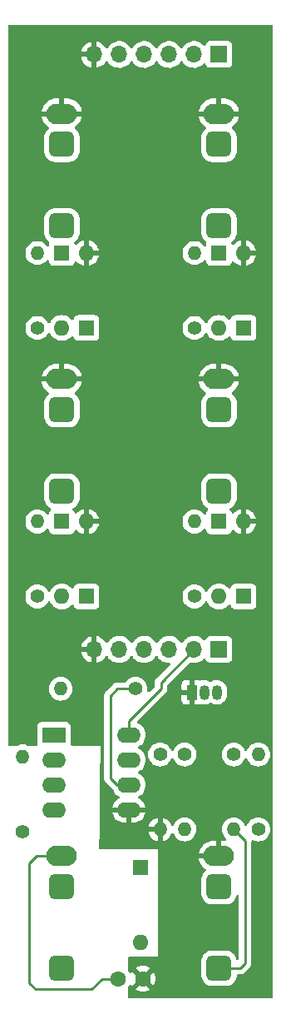
<source format=gbl>
%TF.GenerationSoftware,KiCad,Pcbnew,(6.0.1)*%
%TF.CreationDate,2022-10-24T18:55:48-04:00*%
%TF.ProjectId,ER-MIDI-VC4-01_CTLS,45522d4d-4944-4492-9d56-43342d30315f,1*%
%TF.SameCoordinates,Original*%
%TF.FileFunction,Copper,L2,Bot*%
%TF.FilePolarity,Positive*%
%FSLAX46Y46*%
G04 Gerber Fmt 4.6, Leading zero omitted, Abs format (unit mm)*
G04 Created by KiCad (PCBNEW (6.0.1)) date 2022-10-24 18:55:48*
%MOMM*%
%LPD*%
G01*
G04 APERTURE LIST*
G04 Aperture macros list*
%AMRoundRect*
0 Rectangle with rounded corners*
0 $1 Rounding radius*
0 $2 $3 $4 $5 $6 $7 $8 $9 X,Y pos of 4 corners*
0 Add a 4 corners polygon primitive as box body*
4,1,4,$2,$3,$4,$5,$6,$7,$8,$9,$2,$3,0*
0 Add four circle primitives for the rounded corners*
1,1,$1+$1,$2,$3*
1,1,$1+$1,$4,$5*
1,1,$1+$1,$6,$7*
1,1,$1+$1,$8,$9*
0 Add four rect primitives between the rounded corners*
20,1,$1+$1,$2,$3,$4,$5,0*
20,1,$1+$1,$4,$5,$6,$7,0*
20,1,$1+$1,$6,$7,$8,$9,0*
20,1,$1+$1,$8,$9,$2,$3,0*%
G04 Aperture macros list end*
%TA.AperFunction,ComponentPad*%
%ADD10R,1.600000X1.600000*%
%TD*%
%TA.AperFunction,ComponentPad*%
%ADD11O,1.600000X1.600000*%
%TD*%
%TA.AperFunction,ComponentPad*%
%ADD12C,1.400000*%
%TD*%
%TA.AperFunction,ComponentPad*%
%ADD13O,1.400000X1.400000*%
%TD*%
%TA.AperFunction,ComponentPad*%
%ADD14C,1.600000*%
%TD*%
%TA.AperFunction,ComponentPad*%
%ADD15RoundRect,0.650000X0.650000X0.650000X-0.650000X0.650000X-0.650000X-0.650000X0.650000X-0.650000X0*%
%TD*%
%TA.AperFunction,ComponentPad*%
%ADD16O,3.100000X2.100000*%
%TD*%
%TA.AperFunction,ComponentPad*%
%ADD17R,2.400000X1.600000*%
%TD*%
%TA.AperFunction,ComponentPad*%
%ADD18O,2.400000X1.600000*%
%TD*%
%TA.AperFunction,ComponentPad*%
%ADD19R,1.050000X1.500000*%
%TD*%
%TA.AperFunction,ComponentPad*%
%ADD20O,1.050000X1.500000*%
%TD*%
%TA.AperFunction,ComponentPad*%
%ADD21R,1.700000X1.700000*%
%TD*%
%TA.AperFunction,ComponentPad*%
%ADD22O,1.700000X1.700000*%
%TD*%
%TA.AperFunction,Conductor*%
%ADD23C,0.250000*%
%TD*%
G04 APERTURE END LIST*
D10*
%TO.P,D8,1,K*%
%TO.N,/CV4_C*%
X89500000Y-90620000D03*
D11*
%TO.P,D8,2,A*%
%TO.N,GND*%
X89500000Y-83000000D03*
%TD*%
D10*
%TO.P,D2,1,K*%
%TO.N,/CV1_C*%
X73500000Y-63310000D03*
D11*
%TO.P,D2,2,A*%
%TO.N,GND*%
X73500000Y-55690000D03*
%TD*%
D12*
%TO.P,R2,1*%
%TO.N,/CV2_C*%
X84500000Y-63310000D03*
D13*
%TO.P,R2,2*%
%TO.N,/CV2*%
X84500000Y-55690000D03*
%TD*%
D14*
%TO.P,C8,1*%
%TO.N,/MIDI_GND*%
X76750000Y-129500000D03*
%TO.P,C8,2*%
%TO.N,GND*%
X79250000Y-129500000D03*
%TD*%
D12*
%TO.P,R4,1*%
%TO.N,/CV4_C*%
X84500000Y-90620000D03*
D13*
%TO.P,R4,2*%
%TO.N,/CV4*%
X84500000Y-83000000D03*
%TD*%
D12*
%TO.P,R13,1*%
%TO.N,/MIDI_IN*%
X67000000Y-114500000D03*
D13*
%TO.P,R13,2*%
%TO.N,/MIDI_RES*%
X67000000Y-106880000D03*
%TD*%
D15*
%TO.P,J3,R*%
%TO.N,unconnected-(J3-PadR)*%
X87000000Y-71620000D03*
D16*
%TO.P,J3,S*%
%TO.N,GND*%
X87000000Y-68520000D03*
D15*
%TO.P,J3,T*%
%TO.N,/CV4*%
X87000000Y-79920000D03*
%TD*%
D17*
%TO.P,U5,1,NC*%
%TO.N,unconnected-(U5-Pad1)*%
X70200000Y-104700000D03*
D18*
%TO.P,U5,2,C1*%
%TO.N,/MIDI_RES*%
X70200000Y-107240000D03*
%TO.P,U5,3,C2*%
%TO.N,/MIDI_RTN*%
X70200000Y-109780000D03*
%TO.P,U5,4,NC*%
%TO.N,unconnected-(U5-Pad4)*%
X70200000Y-112320000D03*
%TO.P,U5,5,GND*%
%TO.N,GND*%
X77820000Y-112320000D03*
%TO.P,U5,6,VO2*%
%TO.N,/OPTOUT-C*%
X77820000Y-109780000D03*
%TO.P,U5,7,VO1*%
%TO.N,/OBF*%
X77820000Y-107240000D03*
%TO.P,U5,8,VCC*%
%TO.N,+3V3*%
X77820000Y-104700000D03*
%TD*%
D15*
%TO.P,J5,R*%
%TO.N,unconnected-(J5-PadR)*%
X87000000Y-44620000D03*
D16*
%TO.P,J5,S*%
%TO.N,GND*%
X87000000Y-41520000D03*
D15*
%TO.P,J5,T*%
%TO.N,/CV2*%
X87000000Y-52920000D03*
%TD*%
D10*
%TO.P,D3,1,K*%
%TO.N,+5V*%
X87000000Y-55690000D03*
D11*
%TO.P,D3,2,A*%
%TO.N,/CV2_C*%
X87000000Y-63310000D03*
%TD*%
D10*
%TO.P,D9,1,K*%
%TO.N,/MIDI_RES*%
X79000000Y-118190000D03*
D11*
%TO.P,D9,2,A*%
%TO.N,/MIDI_RTN*%
X79000000Y-125810000D03*
%TD*%
D12*
%TO.P,R1,1*%
%TO.N,/CV1_C*%
X68500000Y-63310000D03*
D13*
%TO.P,R1,2*%
%TO.N,/CV1*%
X68500000Y-55690000D03*
%TD*%
D10*
%TO.P,D1,1,K*%
%TO.N,+5V*%
X71000000Y-55690000D03*
D11*
%TO.P,D1,2,A*%
%TO.N,/CV1_C*%
X71000000Y-63310000D03*
%TD*%
D10*
%TO.P,D7,1,K*%
%TO.N,+5V*%
X87000000Y-83000000D03*
D11*
%TO.P,D7,2,A*%
%TO.N,/CV4_C*%
X87000000Y-90620000D03*
%TD*%
D10*
%TO.P,D6,1,K*%
%TO.N,/CV3_C*%
X73500000Y-90620000D03*
D11*
%TO.P,D6,2,A*%
%TO.N,GND*%
X73500000Y-83000000D03*
%TD*%
D15*
%TO.P,J6,R*%
%TO.N,/MO5*%
X87000000Y-120120000D03*
D16*
%TO.P,J6,S*%
%TO.N,GND*%
X87000000Y-117020000D03*
D15*
%TO.P,J6,T*%
%TO.N,/MOLO*%
X87000000Y-128420000D03*
%TD*%
D12*
%TO.P,R3,1*%
%TO.N,/CV3_C*%
X68500000Y-90620000D03*
D13*
%TO.P,R3,2*%
%TO.N,/CV3*%
X68500000Y-83000000D03*
%TD*%
D10*
%TO.P,D4,1,K*%
%TO.N,/CV2_C*%
X89500000Y-63310000D03*
D11*
%TO.P,D4,2,A*%
%TO.N,GND*%
X89500000Y-55690000D03*
%TD*%
D12*
%TO.P,R16,1*%
%TO.N,Net-(Q1-Pad3)*%
X88500000Y-106690000D03*
D13*
%TO.P,R16,2*%
%TO.N,/MOLO*%
X88500000Y-114310000D03*
%TD*%
D19*
%TO.P,Q1,1,E*%
%TO.N,GND*%
X84230000Y-100360000D03*
D20*
%TO.P,Q1,2,B*%
%TO.N,/RBO*%
X85500000Y-100360000D03*
%TO.P,Q1,3,C*%
%TO.N,Net-(Q1-Pad3)*%
X86770000Y-100360000D03*
%TD*%
D10*
%TO.P,D5,1,K*%
%TO.N,+5V*%
X71000000Y-83000000D03*
D11*
%TO.P,D5,2,A*%
%TO.N,/CV3_C*%
X71000000Y-90620000D03*
%TD*%
D12*
%TO.P,R14,1*%
%TO.N,/OPTOUT-C*%
X78500000Y-100000000D03*
D13*
%TO.P,R14,2*%
%TO.N,+3V3*%
X70880000Y-100000000D03*
%TD*%
D15*
%TO.P,J4,R*%
%TO.N,/MIDI_IN*%
X71000000Y-120120000D03*
D16*
%TO.P,J4,S*%
%TO.N,/MIDI_GND*%
X71000000Y-117020000D03*
D15*
%TO.P,J4,T*%
%TO.N,/MIDI_RTN*%
X71000000Y-128420000D03*
%TD*%
D12*
%TO.P,R15,1*%
%TO.N,/MO5*%
X91000000Y-114310000D03*
D13*
%TO.P,R15,2*%
%TO.N,+5V*%
X91000000Y-106690000D03*
%TD*%
D15*
%TO.P,J2,R*%
%TO.N,unconnected-(J2-PadR)*%
X71000000Y-71620000D03*
D16*
%TO.P,J2,S*%
%TO.N,GND*%
X71000000Y-68520000D03*
D15*
%TO.P,J2,T*%
%TO.N,/CV3*%
X71000000Y-79920000D03*
%TD*%
D12*
%TO.P,R18,1*%
%TO.N,/OBF*%
X81000000Y-106690000D03*
D13*
%TO.P,R18,2*%
%TO.N,GND*%
X81000000Y-114310000D03*
%TD*%
D15*
%TO.P,J7,R*%
%TO.N,unconnected-(J7-PadR)*%
X71000000Y-44620000D03*
D16*
%TO.P,J7,S*%
%TO.N,GND*%
X71000000Y-41520000D03*
D15*
%TO.P,J7,T*%
%TO.N,/CV1*%
X71000000Y-52920000D03*
%TD*%
D12*
%TO.P,R17,1*%
%TO.N,/RBO*%
X83500000Y-106690000D03*
D13*
%TO.P,R17,2*%
%TO.N,/RBI-C*%
X83500000Y-114310000D03*
%TD*%
D21*
%TO.P,J10,1,Pin_1*%
%TO.N,+5V*%
X87000000Y-35500000D03*
D22*
%TO.P,J10,2,Pin_2*%
%TO.N,/CV2_C*%
X84460000Y-35500000D03*
%TO.P,J10,3,Pin_3*%
%TO.N,/CV4_C*%
X81920000Y-35500000D03*
%TO.P,J10,4,Pin_4*%
%TO.N,/CV3_C*%
X79380000Y-35500000D03*
%TO.P,J10,5,Pin_5*%
%TO.N,/CV1_C*%
X76840000Y-35500000D03*
%TO.P,J10,6,Pin_6*%
%TO.N,GND*%
X74300000Y-35500000D03*
%TD*%
D21*
%TO.P,J9,1,Pin_1*%
%TO.N,+5V*%
X87000000Y-96000000D03*
D22*
%TO.P,J9,2,Pin_2*%
%TO.N,+3V3*%
X84460000Y-96000000D03*
%TO.P,J9,3,Pin_3*%
%TO.N,+5VD*%
X81920000Y-96000000D03*
%TO.P,J9,4,Pin_4*%
%TO.N,/OPTOUT-C*%
X79380000Y-96000000D03*
%TO.P,J9,5,Pin_5*%
%TO.N,/RBI-C*%
X76840000Y-96000000D03*
%TO.P,J9,6,Pin_6*%
%TO.N,GND*%
X74300000Y-96000000D03*
%TD*%
D23*
%TO.N,+3V3*%
X81086000Y-99374000D02*
X84460000Y-96000000D01*
X77820000Y-104700000D02*
X77820000Y-103282000D01*
X81086000Y-100016000D02*
X81086000Y-99374000D01*
X77820000Y-103282000D02*
X81086000Y-100016000D01*
%TO.N,/MIDI_GND*%
X75097000Y-129500000D02*
X76750000Y-129500000D01*
X67691000Y-129921000D02*
X68326000Y-130556000D01*
X68326000Y-130556000D02*
X74041000Y-130556000D01*
X68400000Y-117020000D02*
X67691000Y-117729000D01*
X67691000Y-117729000D02*
X67691000Y-129921000D01*
X74041000Y-130556000D02*
X75097000Y-129500000D01*
X71000000Y-117020000D02*
X68400000Y-117020000D01*
%TO.N,/MOLO*%
X89131000Y-128420000D02*
X89662000Y-127889000D01*
X87000000Y-128420000D02*
X89131000Y-128420000D01*
X89662000Y-127889000D02*
X89662000Y-115472000D01*
X89662000Y-115472000D02*
X88500000Y-114310000D01*
%TO.N,/OPTOUT-C*%
X77820000Y-109780000D02*
X76633000Y-109780000D01*
X76633000Y-109780000D02*
X75946000Y-109093000D01*
X75946000Y-100711000D02*
X76657000Y-100000000D01*
X76657000Y-100000000D02*
X78500000Y-100000000D01*
X75946000Y-109093000D02*
X75946000Y-100711000D01*
%TD*%
%TA.AperFunction,Conductor*%
%TO.N,GND*%
G36*
X92434121Y-32528002D02*
G01*
X92480614Y-32581658D01*
X92492000Y-32634000D01*
X92492000Y-131366000D01*
X92471998Y-131434121D01*
X92418342Y-131480614D01*
X92366000Y-131492000D01*
X77850000Y-131492000D01*
X77781879Y-131471998D01*
X77735386Y-131418342D01*
X77724000Y-131366000D01*
X77724000Y-130586062D01*
X78528493Y-130586062D01*
X78537789Y-130598077D01*
X78588994Y-130633931D01*
X78598489Y-130639414D01*
X78795947Y-130731490D01*
X78806239Y-130735236D01*
X79016688Y-130791625D01*
X79027481Y-130793528D01*
X79244525Y-130812517D01*
X79255475Y-130812517D01*
X79472519Y-130793528D01*
X79483312Y-130791625D01*
X79693761Y-130735236D01*
X79704053Y-130731490D01*
X79901511Y-130639414D01*
X79911006Y-130633931D01*
X79963048Y-130597491D01*
X79971424Y-130587012D01*
X79964356Y-130573566D01*
X79262812Y-129872022D01*
X79248868Y-129864408D01*
X79247035Y-129864539D01*
X79240420Y-129868790D01*
X78534923Y-130574287D01*
X78528493Y-130586062D01*
X77724000Y-130586062D01*
X77724000Y-130427786D01*
X77744002Y-130359665D01*
X77752853Y-130347645D01*
X77756198Y-130344300D01*
X77887523Y-130156749D01*
X77889847Y-130151765D01*
X77891171Y-130149472D01*
X77942553Y-130100479D01*
X78012267Y-130087043D01*
X78078178Y-130113429D01*
X78109409Y-130149472D01*
X78116066Y-130161002D01*
X78152509Y-130213048D01*
X78162988Y-130221424D01*
X78176434Y-130214356D01*
X78877978Y-129512812D01*
X78884356Y-129501132D01*
X79614408Y-129501132D01*
X79614539Y-129502965D01*
X79618790Y-129509580D01*
X80324287Y-130215077D01*
X80336062Y-130221507D01*
X80348077Y-130212211D01*
X80383931Y-130161006D01*
X80389414Y-130151511D01*
X80481490Y-129954053D01*
X80485236Y-129943761D01*
X80541625Y-129733312D01*
X80543528Y-129722519D01*
X80562517Y-129505475D01*
X80562517Y-129494525D01*
X80543528Y-129277481D01*
X80541625Y-129266688D01*
X80485236Y-129056239D01*
X80481490Y-129045947D01*
X80389414Y-128848489D01*
X80383931Y-128838994D01*
X80347491Y-128786952D01*
X80337012Y-128778576D01*
X80323566Y-128785644D01*
X79622022Y-129487188D01*
X79614408Y-129501132D01*
X78884356Y-129501132D01*
X78885592Y-129498868D01*
X78885461Y-129497035D01*
X78881210Y-129490420D01*
X78175713Y-128784923D01*
X78163938Y-128778493D01*
X78151923Y-128787789D01*
X78116066Y-128838998D01*
X78109409Y-128850528D01*
X78058027Y-128899521D01*
X77988313Y-128912958D01*
X77922402Y-128886571D01*
X77891171Y-128850528D01*
X77889847Y-128848235D01*
X77887523Y-128843251D01*
X77756198Y-128655700D01*
X77753306Y-128652808D01*
X77725014Y-128588168D01*
X77724000Y-128572214D01*
X77724000Y-128412988D01*
X78528576Y-128412988D01*
X78535644Y-128426434D01*
X79237188Y-129127978D01*
X79251132Y-129135592D01*
X79252965Y-129135461D01*
X79259580Y-129131210D01*
X79965077Y-128425713D01*
X79971507Y-128413938D01*
X79962211Y-128401923D01*
X79911006Y-128366069D01*
X79901511Y-128360586D01*
X79704053Y-128268510D01*
X79693761Y-128264764D01*
X79483312Y-128208375D01*
X79472519Y-128206472D01*
X79255475Y-128187483D01*
X79244525Y-128187483D01*
X79027481Y-128206472D01*
X79016688Y-128208375D01*
X78806239Y-128264764D01*
X78795947Y-128268510D01*
X78598489Y-128360586D01*
X78588994Y-128366069D01*
X78536952Y-128402509D01*
X78528576Y-128412988D01*
X77724000Y-128412988D01*
X77724000Y-127386206D01*
X77744002Y-127318085D01*
X77797658Y-127271592D01*
X77849732Y-127260206D01*
X77942726Y-127260008D01*
X80772000Y-127254000D01*
X80772000Y-117291114D01*
X84962940Y-117291114D01*
X84966117Y-117318572D01*
X84968078Y-117328476D01*
X85033587Y-117559975D01*
X85037101Y-117569424D01*
X85138782Y-117787483D01*
X85143761Y-117796247D01*
X85278993Y-117995234D01*
X85285325Y-118003109D01*
X85450621Y-118177905D01*
X85458130Y-118184666D01*
X85649253Y-118330791D01*
X85651617Y-118332314D01*
X85652340Y-118333151D01*
X85653273Y-118333864D01*
X85653125Y-118334058D01*
X85698042Y-118386028D01*
X85708057Y-118456315D01*
X85678482Y-118520858D01*
X85654820Y-118542003D01*
X85611886Y-118571566D01*
X85605256Y-118576131D01*
X85601176Y-118580218D01*
X85601175Y-118580219D01*
X85458911Y-118722730D01*
X85458907Y-118722735D01*
X85454832Y-118726817D01*
X85334387Y-118902393D01*
X85247956Y-119096979D01*
X85246612Y-119102599D01*
X85214540Y-119236705D01*
X85198432Y-119304057D01*
X85191500Y-119400763D01*
X85191501Y-120839236D01*
X85191669Y-120841529D01*
X85191669Y-120841536D01*
X85198286Y-120931973D01*
X85198723Y-120937953D01*
X85248609Y-121144944D01*
X85335380Y-121339378D01*
X85456131Y-121514744D01*
X85460218Y-121518824D01*
X85460219Y-121518825D01*
X85602730Y-121661089D01*
X85602735Y-121661093D01*
X85606817Y-121665168D01*
X85782393Y-121785613D01*
X85879686Y-121828828D01*
X85971701Y-121869700D01*
X85971705Y-121869701D01*
X85976979Y-121872044D01*
X85982600Y-121873388D01*
X85982599Y-121873388D01*
X86179059Y-121920373D01*
X86179063Y-121920374D01*
X86184057Y-121921568D01*
X86220285Y-121924165D01*
X86278513Y-121928339D01*
X86278521Y-121928339D01*
X86280763Y-121928500D01*
X86993543Y-121928500D01*
X87719236Y-121928499D01*
X87721529Y-121928331D01*
X87721536Y-121928331D01*
X87812818Y-121921653D01*
X87812822Y-121921652D01*
X87817953Y-121921277D01*
X88024944Y-121871391D01*
X88219378Y-121784620D01*
X88224133Y-121781346D01*
X88389988Y-121667144D01*
X88389989Y-121667143D01*
X88394744Y-121663869D01*
X88398825Y-121659781D01*
X88541089Y-121517270D01*
X88541093Y-121517265D01*
X88545168Y-121513183D01*
X88665613Y-121337607D01*
X88752044Y-121143021D01*
X88779956Y-121026311D01*
X88815254Y-120964711D01*
X88878252Y-120931973D01*
X88948949Y-120938492D01*
X89004898Y-120982197D01*
X89028500Y-121055618D01*
X89028500Y-127484271D01*
X89008498Y-127552392D01*
X88954842Y-127598885D01*
X88884568Y-127608989D01*
X88819988Y-127579495D01*
X88780007Y-127513792D01*
X88752745Y-127400675D01*
X88751391Y-127395056D01*
X88664620Y-127200622D01*
X88543869Y-127025256D01*
X88466001Y-126947523D01*
X88397270Y-126878911D01*
X88397265Y-126878907D01*
X88393183Y-126874832D01*
X88217607Y-126754387D01*
X88120314Y-126711171D01*
X88028299Y-126670300D01*
X88028295Y-126670299D01*
X88023021Y-126667956D01*
X87965920Y-126654300D01*
X87820941Y-126619627D01*
X87820937Y-126619626D01*
X87815943Y-126618432D01*
X87779715Y-126615835D01*
X87721487Y-126611661D01*
X87721479Y-126611661D01*
X87719237Y-126611500D01*
X87006457Y-126611500D01*
X86280764Y-126611501D01*
X86278471Y-126611669D01*
X86278464Y-126611669D01*
X86187182Y-126618347D01*
X86187178Y-126618348D01*
X86182047Y-126618723D01*
X85975056Y-126668609D01*
X85780622Y-126755380D01*
X85775868Y-126758653D01*
X85775867Y-126758654D01*
X85611886Y-126871566D01*
X85605256Y-126876131D01*
X85601176Y-126880218D01*
X85601175Y-126880219D01*
X85458911Y-127022730D01*
X85458907Y-127022735D01*
X85454832Y-127026817D01*
X85334387Y-127202393D01*
X85247956Y-127396979D01*
X85246612Y-127402599D01*
X85227080Y-127484271D01*
X85198432Y-127604057D01*
X85191500Y-127700763D01*
X85191501Y-129139236D01*
X85191669Y-129141529D01*
X85191669Y-129141536D01*
X85193788Y-129170491D01*
X85198723Y-129237953D01*
X85248609Y-129444944D01*
X85335380Y-129639378D01*
X85456131Y-129814744D01*
X85460218Y-129818824D01*
X85460219Y-129818825D01*
X85602730Y-129961089D01*
X85602735Y-129961093D01*
X85606817Y-129965168D01*
X85782393Y-130085613D01*
X85874288Y-130126431D01*
X85971701Y-130169700D01*
X85971705Y-130169701D01*
X85976979Y-130172044D01*
X86014247Y-130180957D01*
X86179059Y-130220373D01*
X86179063Y-130220374D01*
X86184057Y-130221568D01*
X86220285Y-130224165D01*
X86278513Y-130228339D01*
X86278521Y-130228339D01*
X86280763Y-130228500D01*
X86993543Y-130228500D01*
X87719236Y-130228499D01*
X87721529Y-130228331D01*
X87721536Y-130228331D01*
X87812818Y-130221653D01*
X87812822Y-130221652D01*
X87817953Y-130221277D01*
X88024944Y-130171391D01*
X88219378Y-130084620D01*
X88224133Y-130081346D01*
X88389988Y-129967144D01*
X88389989Y-129967143D01*
X88394744Y-129963869D01*
X88436041Y-129922500D01*
X88541089Y-129817270D01*
X88541093Y-129817265D01*
X88545168Y-129813183D01*
X88665613Y-129637607D01*
X88729167Y-129494525D01*
X88749700Y-129448299D01*
X88749701Y-129448295D01*
X88752044Y-129443021D01*
X88801568Y-129235943D01*
X88801935Y-129230821D01*
X88801937Y-129230809D01*
X88806261Y-129170491D01*
X88831082Y-129103974D01*
X88887925Y-129061437D01*
X88931938Y-129053500D01*
X89052233Y-129053500D01*
X89063416Y-129054027D01*
X89070909Y-129055702D01*
X89078835Y-129055453D01*
X89078836Y-129055453D01*
X89138986Y-129053562D01*
X89142945Y-129053500D01*
X89170856Y-129053500D01*
X89174791Y-129053003D01*
X89174856Y-129052995D01*
X89186693Y-129052062D01*
X89218951Y-129051048D01*
X89222970Y-129050922D01*
X89230889Y-129050673D01*
X89250343Y-129045021D01*
X89269700Y-129041013D01*
X89281930Y-129039468D01*
X89281931Y-129039468D01*
X89289797Y-129038474D01*
X89297168Y-129035555D01*
X89297170Y-129035555D01*
X89330912Y-129022196D01*
X89342142Y-129018351D01*
X89376983Y-129008229D01*
X89376984Y-129008229D01*
X89384593Y-129006018D01*
X89391412Y-129001985D01*
X89391417Y-129001983D01*
X89402028Y-128995707D01*
X89419776Y-128987012D01*
X89438617Y-128979552D01*
X89474387Y-128953564D01*
X89484307Y-128947048D01*
X89515535Y-128928580D01*
X89515538Y-128928578D01*
X89522362Y-128924542D01*
X89536683Y-128910221D01*
X89551717Y-128897380D01*
X89561694Y-128890131D01*
X89568107Y-128885472D01*
X89596298Y-128851395D01*
X89604288Y-128842616D01*
X90054247Y-128392657D01*
X90062537Y-128385113D01*
X90069018Y-128381000D01*
X90115659Y-128331332D01*
X90118413Y-128328491D01*
X90138134Y-128308770D01*
X90140612Y-128305575D01*
X90148318Y-128296553D01*
X90173158Y-128270101D01*
X90178586Y-128264321D01*
X90188346Y-128246568D01*
X90199199Y-128230045D01*
X90206753Y-128220306D01*
X90211613Y-128214041D01*
X90229176Y-128173457D01*
X90234383Y-128162827D01*
X90255695Y-128124060D01*
X90257666Y-128116383D01*
X90257668Y-128116378D01*
X90260732Y-128104442D01*
X90267138Y-128085730D01*
X90272034Y-128074417D01*
X90275181Y-128067145D01*
X90282097Y-128023481D01*
X90284504Y-128011860D01*
X90293528Y-127976711D01*
X90293528Y-127976710D01*
X90295500Y-127969030D01*
X90295500Y-127948769D01*
X90297051Y-127929058D01*
X90298979Y-127916885D01*
X90300219Y-127909057D01*
X90296059Y-127865046D01*
X90295500Y-127853189D01*
X90295500Y-115550767D01*
X90296027Y-115539584D01*
X90297702Y-115532091D01*
X90297242Y-115517443D01*
X90315091Y-115448729D01*
X90367258Y-115400571D01*
X90437179Y-115388262D01*
X90476429Y-115399287D01*
X90580107Y-115447633D01*
X90580113Y-115447635D01*
X90585090Y-115449956D01*
X90590398Y-115451378D01*
X90590400Y-115451379D01*
X90784030Y-115503262D01*
X90784032Y-115503262D01*
X90789345Y-115504686D01*
X91000000Y-115523116D01*
X91210655Y-115504686D01*
X91215968Y-115503262D01*
X91215970Y-115503262D01*
X91409600Y-115451379D01*
X91409602Y-115451378D01*
X91414910Y-115449956D01*
X91419892Y-115447633D01*
X91601577Y-115362912D01*
X91601580Y-115362910D01*
X91606558Y-115360589D01*
X91779776Y-115239301D01*
X91929301Y-115089776D01*
X92050589Y-114916558D01*
X92136082Y-114733219D01*
X92137633Y-114729892D01*
X92137634Y-114729891D01*
X92139956Y-114724910D01*
X92179717Y-114576522D01*
X92193262Y-114525970D01*
X92193262Y-114525968D01*
X92194686Y-114520655D01*
X92213116Y-114310000D01*
X92194686Y-114099345D01*
X92193262Y-114094030D01*
X92141379Y-113900400D01*
X92141378Y-113900398D01*
X92139956Y-113895090D01*
X92137633Y-113890108D01*
X92052912Y-113708423D01*
X92052910Y-113708420D01*
X92050589Y-113703442D01*
X91929301Y-113530224D01*
X91779776Y-113380699D01*
X91606558Y-113259411D01*
X91601580Y-113257090D01*
X91601577Y-113257088D01*
X91419892Y-113172367D01*
X91419891Y-113172366D01*
X91414910Y-113170044D01*
X91409602Y-113168622D01*
X91409600Y-113168621D01*
X91215970Y-113116738D01*
X91215968Y-113116738D01*
X91210655Y-113115314D01*
X91000000Y-113096884D01*
X90789345Y-113115314D01*
X90784032Y-113116738D01*
X90784030Y-113116738D01*
X90590400Y-113168621D01*
X90590398Y-113168622D01*
X90585090Y-113170044D01*
X90580109Y-113172366D01*
X90580108Y-113172367D01*
X90398423Y-113257088D01*
X90398420Y-113257090D01*
X90393442Y-113259411D01*
X90220224Y-113380699D01*
X90070699Y-113530224D01*
X89949411Y-113703442D01*
X89947090Y-113708420D01*
X89947088Y-113708423D01*
X89864195Y-113886188D01*
X89817278Y-113939473D01*
X89749000Y-113958934D01*
X89681040Y-113938392D01*
X89635805Y-113886188D01*
X89552912Y-113708423D01*
X89552910Y-113708420D01*
X89550589Y-113703442D01*
X89429301Y-113530224D01*
X89279776Y-113380699D01*
X89106558Y-113259411D01*
X89101580Y-113257090D01*
X89101577Y-113257088D01*
X88919892Y-113172367D01*
X88919891Y-113172366D01*
X88914910Y-113170044D01*
X88909602Y-113168622D01*
X88909600Y-113168621D01*
X88715970Y-113116738D01*
X88715968Y-113116738D01*
X88710655Y-113115314D01*
X88500000Y-113096884D01*
X88289345Y-113115314D01*
X88284032Y-113116738D01*
X88284030Y-113116738D01*
X88090400Y-113168621D01*
X88090398Y-113168622D01*
X88085090Y-113170044D01*
X88080109Y-113172366D01*
X88080108Y-113172367D01*
X87898423Y-113257088D01*
X87898420Y-113257090D01*
X87893442Y-113259411D01*
X87720224Y-113380699D01*
X87570699Y-113530224D01*
X87449411Y-113703442D01*
X87447090Y-113708420D01*
X87447088Y-113708423D01*
X87362367Y-113890108D01*
X87360044Y-113895090D01*
X87358622Y-113900398D01*
X87358621Y-113900400D01*
X87306738Y-114094030D01*
X87305314Y-114099345D01*
X87286884Y-114310000D01*
X87305314Y-114520655D01*
X87306738Y-114525968D01*
X87306738Y-114525970D01*
X87320284Y-114576522D01*
X87360044Y-114724910D01*
X87362366Y-114729891D01*
X87362367Y-114729892D01*
X87363919Y-114733219D01*
X87449411Y-114916558D01*
X87570699Y-115089776D01*
X87720224Y-115239301D01*
X87723013Y-115241254D01*
X87761979Y-115299820D01*
X87763107Y-115370808D01*
X87725676Y-115431136D01*
X87661572Y-115461651D01*
X87635948Y-115463104D01*
X87613052Y-115462065D01*
X87610214Y-115462000D01*
X87272115Y-115462000D01*
X87256876Y-115466475D01*
X87255671Y-115467865D01*
X87254000Y-115475548D01*
X87254000Y-117148000D01*
X87233998Y-117216121D01*
X87180342Y-117262614D01*
X87128000Y-117274000D01*
X84979075Y-117274000D01*
X84964989Y-117278136D01*
X84962940Y-117291114D01*
X80772000Y-117291114D01*
X80772000Y-116748264D01*
X84965098Y-116748264D01*
X84966221Y-116762325D01*
X84976328Y-116766000D01*
X86727885Y-116766000D01*
X86743124Y-116761525D01*
X86744329Y-116760135D01*
X86746000Y-116752452D01*
X86746000Y-115480115D01*
X86741525Y-115464876D01*
X86740135Y-115463671D01*
X86732452Y-115462000D01*
X86439518Y-115462000D01*
X86434486Y-115462202D01*
X86255137Y-115476632D01*
X86245184Y-115478244D01*
X86011533Y-115535634D01*
X86001963Y-115538817D01*
X85780494Y-115632826D01*
X85771552Y-115637501D01*
X85567964Y-115765707D01*
X85559891Y-115771747D01*
X85379415Y-115930857D01*
X85372412Y-115938109D01*
X85219699Y-116124025D01*
X85213943Y-116132307D01*
X85092920Y-116340246D01*
X85088560Y-116349345D01*
X85002340Y-116573955D01*
X84999491Y-116583637D01*
X84965098Y-116748264D01*
X80772000Y-116748264D01*
X80772000Y-116332000D01*
X74930527Y-116332000D01*
X74862406Y-116311998D01*
X74815913Y-116258342D01*
X74804536Y-116204482D01*
X74804797Y-116182882D01*
X74824151Y-114576522D01*
X79820801Y-114576522D01*
X79859092Y-114719423D01*
X79862842Y-114729727D01*
X79947521Y-114911323D01*
X79952998Y-114920811D01*
X80067925Y-115084942D01*
X80074981Y-115093350D01*
X80216650Y-115235019D01*
X80225058Y-115242075D01*
X80389189Y-115357002D01*
X80398677Y-115362479D01*
X80580273Y-115447158D01*
X80590577Y-115450908D01*
X80728503Y-115487866D01*
X80742599Y-115487530D01*
X80746000Y-115479588D01*
X80746000Y-115474439D01*
X81254000Y-115474439D01*
X81257973Y-115487970D01*
X81266522Y-115489199D01*
X81409423Y-115450908D01*
X81419727Y-115447158D01*
X81601323Y-115362479D01*
X81610811Y-115357002D01*
X81774942Y-115242075D01*
X81783350Y-115235019D01*
X81925019Y-115093350D01*
X81932075Y-115084942D01*
X82047002Y-114920811D01*
X82052479Y-114911323D01*
X82135529Y-114733220D01*
X82182446Y-114679934D01*
X82250723Y-114660473D01*
X82318683Y-114681015D01*
X82363918Y-114733218D01*
X82449411Y-114916558D01*
X82570699Y-115089776D01*
X82720224Y-115239301D01*
X82893442Y-115360589D01*
X82898420Y-115362910D01*
X82898423Y-115362912D01*
X83080108Y-115447633D01*
X83085090Y-115449956D01*
X83090398Y-115451378D01*
X83090400Y-115451379D01*
X83284030Y-115503262D01*
X83284032Y-115503262D01*
X83289345Y-115504686D01*
X83500000Y-115523116D01*
X83710655Y-115504686D01*
X83715968Y-115503262D01*
X83715970Y-115503262D01*
X83909600Y-115451379D01*
X83909602Y-115451378D01*
X83914910Y-115449956D01*
X83919892Y-115447633D01*
X84101577Y-115362912D01*
X84101580Y-115362910D01*
X84106558Y-115360589D01*
X84279776Y-115239301D01*
X84429301Y-115089776D01*
X84550589Y-114916558D01*
X84636082Y-114733219D01*
X84637633Y-114729892D01*
X84637634Y-114729891D01*
X84639956Y-114724910D01*
X84679717Y-114576522D01*
X84693262Y-114525970D01*
X84693262Y-114525968D01*
X84694686Y-114520655D01*
X84713116Y-114310000D01*
X84694686Y-114099345D01*
X84693262Y-114094030D01*
X84641379Y-113900400D01*
X84641378Y-113900398D01*
X84639956Y-113895090D01*
X84637633Y-113890108D01*
X84552912Y-113708423D01*
X84552910Y-113708420D01*
X84550589Y-113703442D01*
X84429301Y-113530224D01*
X84279776Y-113380699D01*
X84106558Y-113259411D01*
X84101580Y-113257090D01*
X84101577Y-113257088D01*
X83919892Y-113172367D01*
X83919891Y-113172366D01*
X83914910Y-113170044D01*
X83909602Y-113168622D01*
X83909600Y-113168621D01*
X83715970Y-113116738D01*
X83715968Y-113116738D01*
X83710655Y-113115314D01*
X83500000Y-113096884D01*
X83289345Y-113115314D01*
X83284032Y-113116738D01*
X83284030Y-113116738D01*
X83090400Y-113168621D01*
X83090398Y-113168622D01*
X83085090Y-113170044D01*
X83080109Y-113172366D01*
X83080108Y-113172367D01*
X82898423Y-113257088D01*
X82898420Y-113257090D01*
X82893442Y-113259411D01*
X82720224Y-113380699D01*
X82570699Y-113530224D01*
X82449411Y-113703442D01*
X82364196Y-113886188D01*
X82363919Y-113886781D01*
X82317002Y-113940066D01*
X82248725Y-113959527D01*
X82180765Y-113938985D01*
X82135529Y-113886780D01*
X82052479Y-113708677D01*
X82047002Y-113699189D01*
X81932075Y-113535058D01*
X81925019Y-113526650D01*
X81783350Y-113384981D01*
X81774942Y-113377925D01*
X81610811Y-113262998D01*
X81601323Y-113257521D01*
X81419727Y-113172842D01*
X81409423Y-113169092D01*
X81271497Y-113132134D01*
X81257401Y-113132470D01*
X81254000Y-113140412D01*
X81254000Y-115474439D01*
X80746000Y-115474439D01*
X80746000Y-114582115D01*
X80741525Y-114566876D01*
X80740135Y-114565671D01*
X80732452Y-114564000D01*
X79835561Y-114564000D01*
X79822030Y-114567973D01*
X79820801Y-114576522D01*
X74824151Y-114576522D01*
X74830633Y-114038503D01*
X79822134Y-114038503D01*
X79822470Y-114052599D01*
X79830412Y-114056000D01*
X80727885Y-114056000D01*
X80743124Y-114051525D01*
X80744329Y-114050135D01*
X80746000Y-114042452D01*
X80746000Y-113145561D01*
X80742027Y-113132030D01*
X80733478Y-113130801D01*
X80590577Y-113169092D01*
X80580273Y-113172842D01*
X80398677Y-113257521D01*
X80389189Y-113262998D01*
X80225058Y-113377925D01*
X80216650Y-113384981D01*
X80074981Y-113526650D01*
X80067925Y-113535058D01*
X79952998Y-113699189D01*
X79947521Y-113708677D01*
X79862842Y-113890273D01*
X79859092Y-113900577D01*
X79822134Y-114038503D01*
X74830633Y-114038503D01*
X74848127Y-112586522D01*
X76137273Y-112586522D01*
X76184764Y-112763761D01*
X76188510Y-112774053D01*
X76280586Y-112971511D01*
X76286069Y-112981007D01*
X76411028Y-113159467D01*
X76418084Y-113167875D01*
X76572125Y-113321916D01*
X76580533Y-113328972D01*
X76758993Y-113453931D01*
X76768489Y-113459414D01*
X76965947Y-113551490D01*
X76976239Y-113555236D01*
X77186688Y-113611625D01*
X77197481Y-113613528D01*
X77360170Y-113627762D01*
X77365635Y-113628000D01*
X77547885Y-113628000D01*
X77563124Y-113623525D01*
X77564329Y-113622135D01*
X77566000Y-113614452D01*
X77566000Y-113609885D01*
X78074000Y-113609885D01*
X78078475Y-113625124D01*
X78079865Y-113626329D01*
X78087548Y-113628000D01*
X78274365Y-113628000D01*
X78279830Y-113627762D01*
X78442519Y-113613528D01*
X78453312Y-113611625D01*
X78663761Y-113555236D01*
X78674053Y-113551490D01*
X78871511Y-113459414D01*
X78881007Y-113453931D01*
X79059467Y-113328972D01*
X79067875Y-113321916D01*
X79221916Y-113167875D01*
X79228972Y-113159467D01*
X79353931Y-112981007D01*
X79359414Y-112971511D01*
X79451490Y-112774053D01*
X79455236Y-112763761D01*
X79501394Y-112591497D01*
X79501058Y-112577401D01*
X79493116Y-112574000D01*
X78092115Y-112574000D01*
X78076876Y-112578475D01*
X78075671Y-112579865D01*
X78074000Y-112587548D01*
X78074000Y-113609885D01*
X77566000Y-113609885D01*
X77566000Y-112592115D01*
X77561525Y-112576876D01*
X77560135Y-112575671D01*
X77552452Y-112574000D01*
X76152033Y-112574000D01*
X76138502Y-112577973D01*
X76137273Y-112586522D01*
X74848127Y-112586522D01*
X74886738Y-109381787D01*
X74929782Y-105809114D01*
X74929782Y-105809113D01*
X74930000Y-105791000D01*
X72015808Y-105791000D01*
X71947687Y-105770998D01*
X71901194Y-105717342D01*
X71891090Y-105647068D01*
X71897826Y-105620771D01*
X71898971Y-105617718D01*
X71898973Y-105617712D01*
X71901745Y-105610316D01*
X71908500Y-105548134D01*
X71908500Y-103851866D01*
X71901745Y-103789684D01*
X71850615Y-103653295D01*
X71763261Y-103536739D01*
X71646705Y-103449385D01*
X71510316Y-103398255D01*
X71448134Y-103391500D01*
X68951866Y-103391500D01*
X68889684Y-103398255D01*
X68753295Y-103449385D01*
X68636739Y-103536739D01*
X68549385Y-103653295D01*
X68498255Y-103789684D01*
X68491500Y-103851866D01*
X68491500Y-105548134D01*
X68498255Y-105610316D01*
X68501027Y-105617712D01*
X68501029Y-105617718D01*
X68502174Y-105620771D01*
X68502360Y-105623315D01*
X68502856Y-105625400D01*
X68502519Y-105625480D01*
X68507357Y-105691578D01*
X68473436Y-105753947D01*
X68411180Y-105788076D01*
X68384192Y-105791000D01*
X67552119Y-105791000D01*
X67498870Y-105779195D01*
X67414910Y-105740044D01*
X67409602Y-105738622D01*
X67409600Y-105738621D01*
X67215970Y-105686738D01*
X67215968Y-105686738D01*
X67210655Y-105685314D01*
X67000000Y-105666884D01*
X66789345Y-105685314D01*
X66784032Y-105686738D01*
X66784030Y-105686738D01*
X66590400Y-105738621D01*
X66590398Y-105738622D01*
X66585090Y-105740044D01*
X66501130Y-105779195D01*
X66447881Y-105791000D01*
X65634000Y-105791000D01*
X65565879Y-105770998D01*
X65519386Y-105717342D01*
X65508000Y-105665000D01*
X65508000Y-100000000D01*
X69666884Y-100000000D01*
X69685314Y-100210655D01*
X69686738Y-100215968D01*
X69686738Y-100215970D01*
X69732287Y-100385959D01*
X69740044Y-100414910D01*
X69742366Y-100419891D01*
X69742367Y-100419892D01*
X69818141Y-100582389D01*
X69829411Y-100606558D01*
X69950699Y-100779776D01*
X70100224Y-100929301D01*
X70273442Y-101050589D01*
X70278420Y-101052910D01*
X70278423Y-101052912D01*
X70460108Y-101137633D01*
X70465090Y-101139956D01*
X70470398Y-101141378D01*
X70470400Y-101141379D01*
X70664030Y-101193262D01*
X70664032Y-101193262D01*
X70669345Y-101194686D01*
X70880000Y-101213116D01*
X71090655Y-101194686D01*
X71095968Y-101193262D01*
X71095970Y-101193262D01*
X71289600Y-101141379D01*
X71289602Y-101141378D01*
X71294910Y-101139956D01*
X71299892Y-101137633D01*
X71481577Y-101052912D01*
X71481580Y-101052910D01*
X71486558Y-101050589D01*
X71659776Y-100929301D01*
X71809301Y-100779776D01*
X71930589Y-100606558D01*
X71941860Y-100582389D01*
X72017633Y-100419892D01*
X72017634Y-100419891D01*
X72019956Y-100414910D01*
X72027714Y-100385959D01*
X72073262Y-100215970D01*
X72073262Y-100215968D01*
X72074686Y-100210655D01*
X72093116Y-100000000D01*
X72074686Y-99789345D01*
X72019956Y-99585090D01*
X72008397Y-99560302D01*
X71932912Y-99398423D01*
X71932910Y-99398420D01*
X71930589Y-99393442D01*
X71809301Y-99220224D01*
X71659776Y-99070699D01*
X71486558Y-98949411D01*
X71481580Y-98947090D01*
X71481577Y-98947088D01*
X71299892Y-98862367D01*
X71299891Y-98862366D01*
X71294910Y-98860044D01*
X71289602Y-98858622D01*
X71289600Y-98858621D01*
X71095970Y-98806738D01*
X71095968Y-98806738D01*
X71090655Y-98805314D01*
X70880000Y-98786884D01*
X70669345Y-98805314D01*
X70664032Y-98806738D01*
X70664030Y-98806738D01*
X70470400Y-98858621D01*
X70470398Y-98858622D01*
X70465090Y-98860044D01*
X70460109Y-98862366D01*
X70460108Y-98862367D01*
X70278423Y-98947088D01*
X70278420Y-98947090D01*
X70273442Y-98949411D01*
X70100224Y-99070699D01*
X69950699Y-99220224D01*
X69829411Y-99393442D01*
X69827090Y-99398420D01*
X69827088Y-99398423D01*
X69751603Y-99560302D01*
X69740044Y-99585090D01*
X69685314Y-99789345D01*
X69666884Y-100000000D01*
X65508000Y-100000000D01*
X65508000Y-96267966D01*
X72968257Y-96267966D01*
X72998565Y-96402446D01*
X73001645Y-96412275D01*
X73081770Y-96609603D01*
X73086413Y-96618794D01*
X73197694Y-96800388D01*
X73203777Y-96808699D01*
X73343213Y-96969667D01*
X73350580Y-96976883D01*
X73514434Y-97112916D01*
X73522881Y-97118831D01*
X73706756Y-97226279D01*
X73716042Y-97230729D01*
X73915001Y-97306703D01*
X73924899Y-97309579D01*
X74028250Y-97330606D01*
X74042299Y-97329410D01*
X74046000Y-97319065D01*
X74046000Y-97318517D01*
X74554000Y-97318517D01*
X74558064Y-97332359D01*
X74571478Y-97334393D01*
X74578184Y-97333534D01*
X74588262Y-97331392D01*
X74792255Y-97270191D01*
X74801842Y-97266433D01*
X74993095Y-97172739D01*
X75001945Y-97167464D01*
X75175328Y-97043792D01*
X75183200Y-97037139D01*
X75334052Y-96886812D01*
X75340730Y-96878965D01*
X75468022Y-96701819D01*
X75469279Y-96702722D01*
X75516373Y-96659362D01*
X75586311Y-96647145D01*
X75651751Y-96674678D01*
X75679579Y-96706511D01*
X75739987Y-96805088D01*
X75886250Y-96973938D01*
X76058126Y-97116632D01*
X76251000Y-97229338D01*
X76459692Y-97309030D01*
X76464760Y-97310061D01*
X76464763Y-97310062D01*
X76559862Y-97329410D01*
X76678597Y-97353567D01*
X76683772Y-97353757D01*
X76683774Y-97353757D01*
X76896673Y-97361564D01*
X76896677Y-97361564D01*
X76901837Y-97361753D01*
X76906957Y-97361097D01*
X76906959Y-97361097D01*
X77118288Y-97334025D01*
X77118289Y-97334025D01*
X77123416Y-97333368D01*
X77128366Y-97331883D01*
X77332429Y-97270661D01*
X77332434Y-97270659D01*
X77337384Y-97269174D01*
X77537994Y-97170896D01*
X77719860Y-97041173D01*
X77878096Y-96883489D01*
X78008453Y-96702077D01*
X78009776Y-96703028D01*
X78056645Y-96659857D01*
X78126580Y-96647625D01*
X78192026Y-96675144D01*
X78219875Y-96706994D01*
X78279987Y-96805088D01*
X78426250Y-96973938D01*
X78598126Y-97116632D01*
X78791000Y-97229338D01*
X78999692Y-97309030D01*
X79004760Y-97310061D01*
X79004763Y-97310062D01*
X79099862Y-97329410D01*
X79218597Y-97353567D01*
X79223772Y-97353757D01*
X79223774Y-97353757D01*
X79436673Y-97361564D01*
X79436677Y-97361564D01*
X79441837Y-97361753D01*
X79446957Y-97361097D01*
X79446959Y-97361097D01*
X79658288Y-97334025D01*
X79658289Y-97334025D01*
X79663416Y-97333368D01*
X79668366Y-97331883D01*
X79872429Y-97270661D01*
X79872434Y-97270659D01*
X79877384Y-97269174D01*
X80077994Y-97170896D01*
X80259860Y-97041173D01*
X80418096Y-96883489D01*
X80548453Y-96702077D01*
X80549776Y-96703028D01*
X80596645Y-96659857D01*
X80666580Y-96647625D01*
X80732026Y-96675144D01*
X80759875Y-96706994D01*
X80819987Y-96805088D01*
X80966250Y-96973938D01*
X81138126Y-97116632D01*
X81331000Y-97229338D01*
X81539692Y-97309030D01*
X81544760Y-97310061D01*
X81544763Y-97310062D01*
X81639862Y-97329410D01*
X81758597Y-97353567D01*
X81763771Y-97353757D01*
X81763773Y-97353757D01*
X81831293Y-97356233D01*
X81905649Y-97358959D01*
X81972990Y-97381443D01*
X82017486Y-97436767D01*
X82025008Y-97507364D01*
X81990126Y-97573969D01*
X80693747Y-98870348D01*
X80685461Y-98877888D01*
X80678982Y-98882000D01*
X80673557Y-98887777D01*
X80632357Y-98931651D01*
X80629602Y-98934493D01*
X80609865Y-98954230D01*
X80607385Y-98957427D01*
X80599682Y-98966447D01*
X80569414Y-98998679D01*
X80565595Y-99005625D01*
X80565593Y-99005628D01*
X80559652Y-99016434D01*
X80548801Y-99032953D01*
X80536386Y-99048959D01*
X80533241Y-99056228D01*
X80533238Y-99056232D01*
X80518826Y-99089537D01*
X80513609Y-99100187D01*
X80492305Y-99138940D01*
X80490334Y-99146615D01*
X80490334Y-99146616D01*
X80487267Y-99158562D01*
X80480863Y-99177266D01*
X80480565Y-99177956D01*
X80472819Y-99195855D01*
X80471580Y-99203678D01*
X80471577Y-99203688D01*
X80465901Y-99239524D01*
X80463495Y-99251144D01*
X80452500Y-99293970D01*
X80452500Y-99314224D01*
X80450949Y-99333934D01*
X80447780Y-99353943D01*
X80448526Y-99361835D01*
X80451941Y-99397961D01*
X80452500Y-99409819D01*
X80452500Y-99701405D01*
X80432498Y-99769526D01*
X80415595Y-99790500D01*
X79910638Y-100295457D01*
X79848326Y-100329483D01*
X79777511Y-100324418D01*
X79720675Y-100281871D01*
X79695864Y-100215351D01*
X79696022Y-100195380D01*
X79699951Y-100150481D01*
X79713116Y-100000000D01*
X79694686Y-99789345D01*
X79639956Y-99585090D01*
X79628397Y-99560302D01*
X79552912Y-99398423D01*
X79552910Y-99398420D01*
X79550589Y-99393442D01*
X79429301Y-99220224D01*
X79279776Y-99070699D01*
X79106558Y-98949411D01*
X79101580Y-98947090D01*
X79101577Y-98947088D01*
X78919892Y-98862367D01*
X78919891Y-98862366D01*
X78914910Y-98860044D01*
X78909602Y-98858622D01*
X78909600Y-98858621D01*
X78715970Y-98806738D01*
X78715968Y-98806738D01*
X78710655Y-98805314D01*
X78500000Y-98786884D01*
X78289345Y-98805314D01*
X78284032Y-98806738D01*
X78284030Y-98806738D01*
X78090400Y-98858621D01*
X78090398Y-98858622D01*
X78085090Y-98860044D01*
X78080109Y-98862366D01*
X78080108Y-98862367D01*
X77898423Y-98947088D01*
X77898420Y-98947090D01*
X77893442Y-98949411D01*
X77720224Y-99070699D01*
X77570699Y-99220224D01*
X77533014Y-99274044D01*
X77505898Y-99312770D01*
X77450441Y-99357099D01*
X77402685Y-99366500D01*
X76735767Y-99366500D01*
X76724584Y-99365973D01*
X76717091Y-99364298D01*
X76709165Y-99364547D01*
X76709164Y-99364547D01*
X76649001Y-99366438D01*
X76645043Y-99366500D01*
X76617144Y-99366500D01*
X76613154Y-99367004D01*
X76601320Y-99367936D01*
X76557111Y-99369326D01*
X76549497Y-99371538D01*
X76549492Y-99371539D01*
X76537659Y-99374977D01*
X76518296Y-99378988D01*
X76498203Y-99381526D01*
X76490836Y-99384443D01*
X76490831Y-99384444D01*
X76457092Y-99397802D01*
X76445865Y-99401646D01*
X76403407Y-99413982D01*
X76396581Y-99418019D01*
X76385972Y-99424293D01*
X76368224Y-99432988D01*
X76349383Y-99440448D01*
X76342967Y-99445110D01*
X76342966Y-99445110D01*
X76313613Y-99466436D01*
X76303693Y-99472952D01*
X76272465Y-99491420D01*
X76272462Y-99491422D01*
X76265638Y-99495458D01*
X76251317Y-99509779D01*
X76236284Y-99522619D01*
X76219893Y-99534528D01*
X76208516Y-99548281D01*
X76191712Y-99568593D01*
X76183722Y-99577374D01*
X75553742Y-100207353D01*
X75545463Y-100214887D01*
X75538982Y-100219000D01*
X75516090Y-100243378D01*
X75492357Y-100268651D01*
X75489602Y-100271493D01*
X75469865Y-100291230D01*
X75467385Y-100294427D01*
X75459682Y-100303447D01*
X75429414Y-100335679D01*
X75425595Y-100342625D01*
X75425593Y-100342628D01*
X75419652Y-100353434D01*
X75408801Y-100369953D01*
X75396386Y-100385959D01*
X75393241Y-100393228D01*
X75393238Y-100393232D01*
X75378826Y-100426537D01*
X75373609Y-100437187D01*
X75352305Y-100475940D01*
X75350334Y-100483615D01*
X75350334Y-100483616D01*
X75347267Y-100495562D01*
X75340863Y-100514266D01*
X75332819Y-100532855D01*
X75331580Y-100540678D01*
X75331577Y-100540688D01*
X75325901Y-100576524D01*
X75323495Y-100588144D01*
X75315708Y-100618475D01*
X75312500Y-100630970D01*
X75312500Y-100651224D01*
X75310949Y-100670934D01*
X75307780Y-100690943D01*
X75308526Y-100698835D01*
X75311941Y-100734961D01*
X75312500Y-100746819D01*
X75312500Y-109014233D01*
X75311973Y-109025416D01*
X75310298Y-109032909D01*
X75310547Y-109040835D01*
X75310547Y-109040836D01*
X75312438Y-109100986D01*
X75312500Y-109104945D01*
X75312500Y-109132856D01*
X75312997Y-109136790D01*
X75312997Y-109136791D01*
X75313005Y-109136856D01*
X75313938Y-109148693D01*
X75315327Y-109192889D01*
X75320978Y-109212339D01*
X75324987Y-109231700D01*
X75327526Y-109251797D01*
X75330445Y-109259168D01*
X75330445Y-109259170D01*
X75343804Y-109292912D01*
X75347649Y-109304142D01*
X75359982Y-109346593D01*
X75364015Y-109353412D01*
X75364017Y-109353417D01*
X75370293Y-109364028D01*
X75378988Y-109381776D01*
X75386448Y-109400617D01*
X75391110Y-109407033D01*
X75391110Y-109407034D01*
X75412436Y-109436387D01*
X75418952Y-109446307D01*
X75441458Y-109484362D01*
X75455779Y-109498683D01*
X75468619Y-109513716D01*
X75480528Y-109530107D01*
X75486634Y-109535158D01*
X75514605Y-109558298D01*
X75523384Y-109566288D01*
X76129343Y-110172247D01*
X76136887Y-110180537D01*
X76141000Y-110187018D01*
X76146779Y-110192445D01*
X76146780Y-110192446D01*
X76167832Y-110212215D01*
X76195776Y-110250817D01*
X76280149Y-110431758D01*
X76280153Y-110431764D01*
X76282477Y-110436749D01*
X76413802Y-110624300D01*
X76575700Y-110786198D01*
X76580208Y-110789355D01*
X76580211Y-110789357D01*
X76658389Y-110844098D01*
X76763251Y-110917523D01*
X76768233Y-110919846D01*
X76768238Y-110919849D01*
X76803049Y-110936081D01*
X76856334Y-110982998D01*
X76875795Y-111051275D01*
X76855253Y-111119235D01*
X76803049Y-111164471D01*
X76768489Y-111180586D01*
X76758993Y-111186069D01*
X76580533Y-111311028D01*
X76572125Y-111318084D01*
X76418084Y-111472125D01*
X76411028Y-111480533D01*
X76286069Y-111658993D01*
X76280586Y-111668489D01*
X76188510Y-111865947D01*
X76184764Y-111876239D01*
X76138606Y-112048503D01*
X76138942Y-112062599D01*
X76146884Y-112066000D01*
X79487967Y-112066000D01*
X79501498Y-112062027D01*
X79502727Y-112053478D01*
X79455236Y-111876239D01*
X79451490Y-111865947D01*
X79359414Y-111668489D01*
X79353931Y-111658993D01*
X79228972Y-111480533D01*
X79221916Y-111472125D01*
X79067875Y-111318084D01*
X79059467Y-111311028D01*
X78881007Y-111186069D01*
X78871511Y-111180586D01*
X78836951Y-111164471D01*
X78783666Y-111117554D01*
X78764205Y-111049277D01*
X78784747Y-110981317D01*
X78836951Y-110936081D01*
X78871762Y-110919849D01*
X78871767Y-110919846D01*
X78876749Y-110917523D01*
X78981611Y-110844098D01*
X79059789Y-110789357D01*
X79059792Y-110789355D01*
X79064300Y-110786198D01*
X79226198Y-110624300D01*
X79357523Y-110436749D01*
X79359846Y-110431767D01*
X79359849Y-110431762D01*
X79451961Y-110234225D01*
X79451961Y-110234224D01*
X79454284Y-110229243D01*
X79513543Y-110008087D01*
X79533498Y-109780000D01*
X79513543Y-109551913D01*
X79512119Y-109546598D01*
X79455707Y-109336067D01*
X79455706Y-109336065D01*
X79454284Y-109330757D01*
X79413796Y-109243930D01*
X79359849Y-109128238D01*
X79359846Y-109128233D01*
X79357523Y-109123251D01*
X79226198Y-108935700D01*
X79064300Y-108773802D01*
X79059792Y-108770645D01*
X79059789Y-108770643D01*
X78897117Y-108656739D01*
X78876749Y-108642477D01*
X78871767Y-108640154D01*
X78871762Y-108640151D01*
X78837543Y-108624195D01*
X78784258Y-108577278D01*
X78764797Y-108509001D01*
X78785339Y-108441041D01*
X78837543Y-108395805D01*
X78871762Y-108379849D01*
X78871767Y-108379846D01*
X78876749Y-108377523D01*
X78981611Y-108304098D01*
X79059789Y-108249357D01*
X79059792Y-108249355D01*
X79064300Y-108246198D01*
X79226198Y-108084300D01*
X79357523Y-107896749D01*
X79359846Y-107891767D01*
X79359849Y-107891762D01*
X79451961Y-107694225D01*
X79451961Y-107694224D01*
X79454284Y-107689243D01*
X79513543Y-107468087D01*
X79533498Y-107240000D01*
X79513543Y-107011913D01*
X79512119Y-107006598D01*
X79455707Y-106796067D01*
X79455706Y-106796065D01*
X79454284Y-106790757D01*
X79407301Y-106690000D01*
X79786884Y-106690000D01*
X79805314Y-106900655D01*
X79806738Y-106905968D01*
X79806738Y-106905970D01*
X79848152Y-107060527D01*
X79860044Y-107104910D01*
X79862366Y-107109891D01*
X79862367Y-107109892D01*
X79925591Y-107245475D01*
X79949411Y-107296558D01*
X80070699Y-107469776D01*
X80220224Y-107619301D01*
X80393442Y-107740589D01*
X80398420Y-107742910D01*
X80398423Y-107742912D01*
X80540795Y-107809301D01*
X80585090Y-107829956D01*
X80590398Y-107831378D01*
X80590400Y-107831379D01*
X80784030Y-107883262D01*
X80784032Y-107883262D01*
X80789345Y-107884686D01*
X81000000Y-107903116D01*
X81210655Y-107884686D01*
X81215968Y-107883262D01*
X81215970Y-107883262D01*
X81409600Y-107831379D01*
X81409602Y-107831378D01*
X81414910Y-107829956D01*
X81459205Y-107809301D01*
X81601577Y-107742912D01*
X81601580Y-107742910D01*
X81606558Y-107740589D01*
X81779776Y-107619301D01*
X81929301Y-107469776D01*
X82050589Y-107296558D01*
X82074410Y-107245475D01*
X82135805Y-107113812D01*
X82182722Y-107060527D01*
X82251000Y-107041066D01*
X82318960Y-107061608D01*
X82364195Y-107113812D01*
X82425591Y-107245475D01*
X82449411Y-107296558D01*
X82570699Y-107469776D01*
X82720224Y-107619301D01*
X82893442Y-107740589D01*
X82898420Y-107742910D01*
X82898423Y-107742912D01*
X83040795Y-107809301D01*
X83085090Y-107829956D01*
X83090398Y-107831378D01*
X83090400Y-107831379D01*
X83284030Y-107883262D01*
X83284032Y-107883262D01*
X83289345Y-107884686D01*
X83500000Y-107903116D01*
X83710655Y-107884686D01*
X83715968Y-107883262D01*
X83715970Y-107883262D01*
X83909600Y-107831379D01*
X83909602Y-107831378D01*
X83914910Y-107829956D01*
X83959205Y-107809301D01*
X84101577Y-107742912D01*
X84101580Y-107742910D01*
X84106558Y-107740589D01*
X84279776Y-107619301D01*
X84429301Y-107469776D01*
X84550589Y-107296558D01*
X84574410Y-107245475D01*
X84637633Y-107109892D01*
X84637634Y-107109891D01*
X84639956Y-107104910D01*
X84651849Y-107060527D01*
X84693262Y-106905970D01*
X84693262Y-106905968D01*
X84694686Y-106900655D01*
X84713116Y-106690000D01*
X87286884Y-106690000D01*
X87305314Y-106900655D01*
X87306738Y-106905968D01*
X87306738Y-106905970D01*
X87348152Y-107060527D01*
X87360044Y-107104910D01*
X87362366Y-107109891D01*
X87362367Y-107109892D01*
X87425591Y-107245475D01*
X87449411Y-107296558D01*
X87570699Y-107469776D01*
X87720224Y-107619301D01*
X87893442Y-107740589D01*
X87898420Y-107742910D01*
X87898423Y-107742912D01*
X88040795Y-107809301D01*
X88085090Y-107829956D01*
X88090398Y-107831378D01*
X88090400Y-107831379D01*
X88284030Y-107883262D01*
X88284032Y-107883262D01*
X88289345Y-107884686D01*
X88500000Y-107903116D01*
X88710655Y-107884686D01*
X88715968Y-107883262D01*
X88715970Y-107883262D01*
X88909600Y-107831379D01*
X88909602Y-107831378D01*
X88914910Y-107829956D01*
X88959205Y-107809301D01*
X89101577Y-107742912D01*
X89101580Y-107742910D01*
X89106558Y-107740589D01*
X89279776Y-107619301D01*
X89429301Y-107469776D01*
X89550589Y-107296558D01*
X89574410Y-107245475D01*
X89635805Y-107113812D01*
X89682722Y-107060527D01*
X89751000Y-107041066D01*
X89818960Y-107061608D01*
X89864195Y-107113812D01*
X89925591Y-107245475D01*
X89949411Y-107296558D01*
X90070699Y-107469776D01*
X90220224Y-107619301D01*
X90393442Y-107740589D01*
X90398420Y-107742910D01*
X90398423Y-107742912D01*
X90540795Y-107809301D01*
X90585090Y-107829956D01*
X90590398Y-107831378D01*
X90590400Y-107831379D01*
X90784030Y-107883262D01*
X90784032Y-107883262D01*
X90789345Y-107884686D01*
X91000000Y-107903116D01*
X91210655Y-107884686D01*
X91215968Y-107883262D01*
X91215970Y-107883262D01*
X91409600Y-107831379D01*
X91409602Y-107831378D01*
X91414910Y-107829956D01*
X91459205Y-107809301D01*
X91601577Y-107742912D01*
X91601580Y-107742910D01*
X91606558Y-107740589D01*
X91779776Y-107619301D01*
X91929301Y-107469776D01*
X92050589Y-107296558D01*
X92074410Y-107245475D01*
X92137633Y-107109892D01*
X92137634Y-107109891D01*
X92139956Y-107104910D01*
X92151849Y-107060527D01*
X92193262Y-106905970D01*
X92193262Y-106905968D01*
X92194686Y-106900655D01*
X92213116Y-106690000D01*
X92194686Y-106479345D01*
X92193262Y-106474030D01*
X92141379Y-106280400D01*
X92141378Y-106280398D01*
X92139956Y-106275090D01*
X92066116Y-106116739D01*
X92052912Y-106088423D01*
X92052910Y-106088420D01*
X92050589Y-106083442D01*
X91929301Y-105910224D01*
X91779776Y-105760699D01*
X91606558Y-105639411D01*
X91601580Y-105637090D01*
X91601577Y-105637088D01*
X91419892Y-105552367D01*
X91419891Y-105552366D01*
X91414910Y-105550044D01*
X91409602Y-105548622D01*
X91409600Y-105548621D01*
X91215970Y-105496738D01*
X91215968Y-105496738D01*
X91210655Y-105495314D01*
X91000000Y-105476884D01*
X90789345Y-105495314D01*
X90784032Y-105496738D01*
X90784030Y-105496738D01*
X90590400Y-105548621D01*
X90590398Y-105548622D01*
X90585090Y-105550044D01*
X90580109Y-105552366D01*
X90580108Y-105552367D01*
X90398423Y-105637088D01*
X90398420Y-105637090D01*
X90393442Y-105639411D01*
X90220224Y-105760699D01*
X90070699Y-105910224D01*
X89949411Y-106083442D01*
X89947090Y-106088420D01*
X89947088Y-106088423D01*
X89864195Y-106266188D01*
X89817278Y-106319473D01*
X89749000Y-106338934D01*
X89681040Y-106318392D01*
X89635805Y-106266188D01*
X89552912Y-106088423D01*
X89552910Y-106088420D01*
X89550589Y-106083442D01*
X89429301Y-105910224D01*
X89279776Y-105760699D01*
X89106558Y-105639411D01*
X89101580Y-105637090D01*
X89101577Y-105637088D01*
X88919892Y-105552367D01*
X88919891Y-105552366D01*
X88914910Y-105550044D01*
X88909602Y-105548622D01*
X88909600Y-105548621D01*
X88715970Y-105496738D01*
X88715968Y-105496738D01*
X88710655Y-105495314D01*
X88500000Y-105476884D01*
X88289345Y-105495314D01*
X88284032Y-105496738D01*
X88284030Y-105496738D01*
X88090400Y-105548621D01*
X88090398Y-105548622D01*
X88085090Y-105550044D01*
X88080109Y-105552366D01*
X88080108Y-105552367D01*
X87898423Y-105637088D01*
X87898420Y-105637090D01*
X87893442Y-105639411D01*
X87720224Y-105760699D01*
X87570699Y-105910224D01*
X87449411Y-106083442D01*
X87447090Y-106088420D01*
X87447088Y-106088423D01*
X87433884Y-106116739D01*
X87360044Y-106275090D01*
X87358622Y-106280398D01*
X87358621Y-106280400D01*
X87306738Y-106474030D01*
X87305314Y-106479345D01*
X87286884Y-106690000D01*
X84713116Y-106690000D01*
X84694686Y-106479345D01*
X84693262Y-106474030D01*
X84641379Y-106280400D01*
X84641378Y-106280398D01*
X84639956Y-106275090D01*
X84566116Y-106116739D01*
X84552912Y-106088423D01*
X84552910Y-106088420D01*
X84550589Y-106083442D01*
X84429301Y-105910224D01*
X84279776Y-105760699D01*
X84106558Y-105639411D01*
X84101580Y-105637090D01*
X84101577Y-105637088D01*
X83919892Y-105552367D01*
X83919891Y-105552366D01*
X83914910Y-105550044D01*
X83909602Y-105548622D01*
X83909600Y-105548621D01*
X83715970Y-105496738D01*
X83715968Y-105496738D01*
X83710655Y-105495314D01*
X83500000Y-105476884D01*
X83289345Y-105495314D01*
X83284032Y-105496738D01*
X83284030Y-105496738D01*
X83090400Y-105548621D01*
X83090398Y-105548622D01*
X83085090Y-105550044D01*
X83080109Y-105552366D01*
X83080108Y-105552367D01*
X82898423Y-105637088D01*
X82898420Y-105637090D01*
X82893442Y-105639411D01*
X82720224Y-105760699D01*
X82570699Y-105910224D01*
X82449411Y-106083442D01*
X82447090Y-106088420D01*
X82447088Y-106088423D01*
X82364195Y-106266188D01*
X82317278Y-106319473D01*
X82249000Y-106338934D01*
X82181040Y-106318392D01*
X82135805Y-106266188D01*
X82052912Y-106088423D01*
X82052910Y-106088420D01*
X82050589Y-106083442D01*
X81929301Y-105910224D01*
X81779776Y-105760699D01*
X81606558Y-105639411D01*
X81601580Y-105637090D01*
X81601577Y-105637088D01*
X81419892Y-105552367D01*
X81419891Y-105552366D01*
X81414910Y-105550044D01*
X81409602Y-105548622D01*
X81409600Y-105548621D01*
X81215970Y-105496738D01*
X81215968Y-105496738D01*
X81210655Y-105495314D01*
X81000000Y-105476884D01*
X80789345Y-105495314D01*
X80784032Y-105496738D01*
X80784030Y-105496738D01*
X80590400Y-105548621D01*
X80590398Y-105548622D01*
X80585090Y-105550044D01*
X80580109Y-105552366D01*
X80580108Y-105552367D01*
X80398423Y-105637088D01*
X80398420Y-105637090D01*
X80393442Y-105639411D01*
X80220224Y-105760699D01*
X80070699Y-105910224D01*
X79949411Y-106083442D01*
X79947090Y-106088420D01*
X79947088Y-106088423D01*
X79933884Y-106116739D01*
X79860044Y-106275090D01*
X79858622Y-106280398D01*
X79858621Y-106280400D01*
X79806738Y-106474030D01*
X79805314Y-106479345D01*
X79786884Y-106690000D01*
X79407301Y-106690000D01*
X79397669Y-106669345D01*
X79359849Y-106588238D01*
X79359846Y-106588233D01*
X79357523Y-106583251D01*
X79226198Y-106395700D01*
X79064300Y-106233802D01*
X79059792Y-106230645D01*
X79059789Y-106230643D01*
X78897117Y-106116739D01*
X78876749Y-106102477D01*
X78871767Y-106100154D01*
X78871762Y-106100151D01*
X78837543Y-106084195D01*
X78784258Y-106037278D01*
X78764797Y-105969001D01*
X78785339Y-105901041D01*
X78837543Y-105855805D01*
X78871762Y-105839849D01*
X78871767Y-105839846D01*
X78876749Y-105837523D01*
X79006450Y-105746705D01*
X79059789Y-105709357D01*
X79059792Y-105709355D01*
X79064300Y-105706198D01*
X79226198Y-105544300D01*
X79259502Y-105496738D01*
X79354366Y-105361257D01*
X79357523Y-105356749D01*
X79359846Y-105351767D01*
X79359849Y-105351762D01*
X79451961Y-105154225D01*
X79451961Y-105154224D01*
X79454284Y-105149243D01*
X79513543Y-104928087D01*
X79533498Y-104700000D01*
X79513543Y-104471913D01*
X79454284Y-104250757D01*
X79451961Y-104245775D01*
X79359849Y-104048238D01*
X79359846Y-104048233D01*
X79357523Y-104043251D01*
X79226198Y-103855700D01*
X79064300Y-103693802D01*
X79059792Y-103690645D01*
X79059789Y-103690643D01*
X78897117Y-103576739D01*
X78876749Y-103562477D01*
X78871764Y-103560153D01*
X78871758Y-103560149D01*
X78738861Y-103498179D01*
X78685575Y-103451262D01*
X78666114Y-103382985D01*
X78686656Y-103315025D01*
X78703015Y-103294889D01*
X80843235Y-101154669D01*
X83197001Y-101154669D01*
X83197371Y-101161490D01*
X83202895Y-101212352D01*
X83206521Y-101227604D01*
X83251676Y-101348054D01*
X83260214Y-101363649D01*
X83336715Y-101465724D01*
X83349276Y-101478285D01*
X83451351Y-101554786D01*
X83466946Y-101563324D01*
X83587394Y-101608478D01*
X83602649Y-101612105D01*
X83653514Y-101617631D01*
X83660328Y-101618000D01*
X83957885Y-101618000D01*
X83973124Y-101613525D01*
X83974329Y-101612135D01*
X83976000Y-101604452D01*
X83976000Y-100636004D01*
X84466500Y-100636004D01*
X84481277Y-100786713D01*
X84481968Y-100789002D01*
X84484000Y-100809724D01*
X84484000Y-101599884D01*
X84488475Y-101615123D01*
X84489865Y-101616328D01*
X84497548Y-101617999D01*
X84799669Y-101617999D01*
X84806490Y-101617629D01*
X84857352Y-101612105D01*
X84872604Y-101608479D01*
X84993056Y-101563323D01*
X85008466Y-101554886D01*
X85077823Y-101539716D01*
X85106235Y-101545040D01*
X85291180Y-101602290D01*
X85297305Y-101602934D01*
X85297306Y-101602934D01*
X85486622Y-101622832D01*
X85486623Y-101622832D01*
X85492750Y-101623476D01*
X85602090Y-101613525D01*
X85688457Y-101605665D01*
X85688460Y-101605664D01*
X85694596Y-101605106D01*
X85700502Y-101603368D01*
X85700506Y-101603367D01*
X85883120Y-101549620D01*
X85883119Y-101549620D01*
X85889029Y-101547881D01*
X85894486Y-101545028D01*
X85894489Y-101545027D01*
X86046182Y-101465724D01*
X86068460Y-101454077D01*
X86068462Y-101454077D01*
X86068645Y-101453981D01*
X86068663Y-101454016D01*
X86134441Y-101434111D01*
X86195409Y-101449271D01*
X86367565Y-101542356D01*
X86464372Y-101572323D01*
X86555293Y-101600468D01*
X86555296Y-101600469D01*
X86561180Y-101602290D01*
X86567305Y-101602934D01*
X86567306Y-101602934D01*
X86756622Y-101622832D01*
X86756623Y-101622832D01*
X86762750Y-101623476D01*
X86872090Y-101613525D01*
X86958457Y-101605665D01*
X86958460Y-101605664D01*
X86964596Y-101605106D01*
X86970502Y-101603368D01*
X86970506Y-101603367D01*
X87153120Y-101549620D01*
X87153119Y-101549620D01*
X87159029Y-101547881D01*
X87164486Y-101545028D01*
X87164489Y-101545027D01*
X87316182Y-101465724D01*
X87338645Y-101453981D01*
X87496601Y-101326981D01*
X87626881Y-101171719D01*
X87629845Y-101166327D01*
X87629848Y-101166323D01*
X87721556Y-100999506D01*
X87724523Y-100994109D01*
X87785807Y-100800916D01*
X87787401Y-100786713D01*
X87800387Y-100670935D01*
X87803500Y-100643183D01*
X87803500Y-100083996D01*
X87788723Y-99933287D01*
X87730142Y-99739258D01*
X87634990Y-99560302D01*
X87610169Y-99529868D01*
X87510785Y-99408013D01*
X87506890Y-99403237D01*
X87501071Y-99398423D01*
X87355472Y-99277973D01*
X87355469Y-99277971D01*
X87350722Y-99274044D01*
X87172435Y-99177644D01*
X87047403Y-99138940D01*
X86984707Y-99119532D01*
X86984704Y-99119531D01*
X86978820Y-99117710D01*
X86972695Y-99117066D01*
X86972694Y-99117066D01*
X86783378Y-99097168D01*
X86783377Y-99097168D01*
X86777250Y-99096524D01*
X86698709Y-99103672D01*
X86581543Y-99114335D01*
X86581540Y-99114336D01*
X86575404Y-99114894D01*
X86569498Y-99116632D01*
X86569494Y-99116633D01*
X86467622Y-99146616D01*
X86380971Y-99172119D01*
X86375514Y-99174972D01*
X86375511Y-99174973D01*
X86320584Y-99203688D01*
X86201540Y-99265923D01*
X86201538Y-99265923D01*
X86201355Y-99266019D01*
X86201337Y-99265984D01*
X86135559Y-99285889D01*
X86074591Y-99270729D01*
X86065815Y-99265984D01*
X85902435Y-99177644D01*
X85777403Y-99138940D01*
X85714707Y-99119532D01*
X85714704Y-99119531D01*
X85708820Y-99117710D01*
X85702695Y-99117066D01*
X85702694Y-99117066D01*
X85513378Y-99097168D01*
X85513377Y-99097168D01*
X85507250Y-99096524D01*
X85428709Y-99103672D01*
X85311543Y-99114335D01*
X85311540Y-99114336D01*
X85305404Y-99114894D01*
X85299498Y-99116632D01*
X85299494Y-99116633D01*
X85247286Y-99131999D01*
X85110971Y-99172119D01*
X85110771Y-99171441D01*
X85044727Y-99177956D01*
X85007677Y-99164680D01*
X84993063Y-99156679D01*
X84872606Y-99111522D01*
X84857351Y-99107895D01*
X84806486Y-99102369D01*
X84799672Y-99102000D01*
X84502115Y-99102000D01*
X84486876Y-99106475D01*
X84485671Y-99107865D01*
X84484000Y-99115548D01*
X84484000Y-99913758D01*
X84483215Y-99927803D01*
X84466500Y-100076817D01*
X84466500Y-100636004D01*
X83976000Y-100636004D01*
X83976000Y-100632115D01*
X83971525Y-100616876D01*
X83970135Y-100615671D01*
X83962452Y-100614000D01*
X83215116Y-100614000D01*
X83199877Y-100618475D01*
X83198672Y-100619865D01*
X83197001Y-100627548D01*
X83197001Y-101154669D01*
X80843235Y-101154669D01*
X81478247Y-100519657D01*
X81486537Y-100512113D01*
X81493018Y-100508000D01*
X81539659Y-100458332D01*
X81542413Y-100455491D01*
X81562134Y-100435770D01*
X81564612Y-100432575D01*
X81572318Y-100423553D01*
X81597158Y-100397101D01*
X81602586Y-100391321D01*
X81612346Y-100373568D01*
X81623199Y-100357045D01*
X81630753Y-100347306D01*
X81635613Y-100341041D01*
X81653176Y-100300457D01*
X81658383Y-100289827D01*
X81679695Y-100251060D01*
X81681666Y-100243383D01*
X81681668Y-100243378D01*
X81684732Y-100231442D01*
X81691138Y-100212730D01*
X81696034Y-100201417D01*
X81699181Y-100194145D01*
X81706097Y-100150481D01*
X81708504Y-100138860D01*
X81717528Y-100103711D01*
X81717528Y-100103710D01*
X81719500Y-100096030D01*
X81719500Y-100087885D01*
X83197000Y-100087885D01*
X83201475Y-100103124D01*
X83202865Y-100104329D01*
X83210548Y-100106000D01*
X83957885Y-100106000D01*
X83973124Y-100101525D01*
X83974329Y-100100135D01*
X83976000Y-100092452D01*
X83976000Y-99120116D01*
X83971525Y-99104877D01*
X83970135Y-99103672D01*
X83962452Y-99102001D01*
X83660331Y-99102001D01*
X83653510Y-99102371D01*
X83602648Y-99107895D01*
X83587396Y-99111521D01*
X83466946Y-99156676D01*
X83451351Y-99165214D01*
X83349276Y-99241715D01*
X83336715Y-99254276D01*
X83260214Y-99356351D01*
X83251676Y-99371946D01*
X83206522Y-99492394D01*
X83202895Y-99507649D01*
X83197369Y-99558514D01*
X83197000Y-99565328D01*
X83197000Y-100087885D01*
X81719500Y-100087885D01*
X81719500Y-100075769D01*
X81721051Y-100056058D01*
X81722979Y-100043885D01*
X81724219Y-100036057D01*
X81720059Y-99992046D01*
X81719500Y-99980189D01*
X81719500Y-99688594D01*
X81739502Y-99620473D01*
X81756405Y-99599499D01*
X84004549Y-97351355D01*
X84066861Y-97317329D01*
X84118762Y-97316979D01*
X84298597Y-97353567D01*
X84303772Y-97353757D01*
X84303774Y-97353757D01*
X84516673Y-97361564D01*
X84516677Y-97361564D01*
X84521837Y-97361753D01*
X84526957Y-97361097D01*
X84526959Y-97361097D01*
X84738288Y-97334025D01*
X84738289Y-97334025D01*
X84743416Y-97333368D01*
X84748366Y-97331883D01*
X84952429Y-97270661D01*
X84952434Y-97270659D01*
X84957384Y-97269174D01*
X85157994Y-97170896D01*
X85339860Y-97041173D01*
X85448091Y-96933319D01*
X85510462Y-96899404D01*
X85581268Y-96904592D01*
X85638030Y-96947238D01*
X85655012Y-96978341D01*
X85699385Y-97096705D01*
X85786739Y-97213261D01*
X85903295Y-97300615D01*
X86039684Y-97351745D01*
X86101866Y-97358500D01*
X87898134Y-97358500D01*
X87960316Y-97351745D01*
X88096705Y-97300615D01*
X88213261Y-97213261D01*
X88300615Y-97096705D01*
X88351745Y-96960316D01*
X88358500Y-96898134D01*
X88358500Y-95101866D01*
X88351745Y-95039684D01*
X88300615Y-94903295D01*
X88213261Y-94786739D01*
X88096705Y-94699385D01*
X87960316Y-94648255D01*
X87898134Y-94641500D01*
X86101866Y-94641500D01*
X86039684Y-94648255D01*
X85903295Y-94699385D01*
X85786739Y-94786739D01*
X85699385Y-94903295D01*
X85696233Y-94911703D01*
X85654919Y-95021907D01*
X85612277Y-95078671D01*
X85545716Y-95103371D01*
X85476367Y-95088163D01*
X85443743Y-95062476D01*
X85393151Y-95006875D01*
X85393142Y-95006866D01*
X85389670Y-95003051D01*
X85385619Y-94999852D01*
X85385615Y-94999848D01*
X85218414Y-94867800D01*
X85218410Y-94867798D01*
X85214359Y-94864598D01*
X85178028Y-94844542D01*
X85162136Y-94835769D01*
X85018789Y-94756638D01*
X85013920Y-94754914D01*
X85013916Y-94754912D01*
X84813087Y-94683795D01*
X84813083Y-94683794D01*
X84808212Y-94682069D01*
X84803119Y-94681162D01*
X84803116Y-94681161D01*
X84593373Y-94643800D01*
X84593367Y-94643799D01*
X84588284Y-94642894D01*
X84514452Y-94641992D01*
X84370081Y-94640228D01*
X84370079Y-94640228D01*
X84364911Y-94640165D01*
X84144091Y-94673955D01*
X83931756Y-94743357D01*
X83733607Y-94846507D01*
X83729474Y-94849610D01*
X83729471Y-94849612D01*
X83559100Y-94977530D01*
X83554965Y-94980635D01*
X83529541Y-95007240D01*
X83461280Y-95078671D01*
X83400629Y-95142138D01*
X83293201Y-95299621D01*
X83238293Y-95344621D01*
X83167768Y-95352792D01*
X83104021Y-95321538D01*
X83083324Y-95297054D01*
X83002822Y-95172617D01*
X83002820Y-95172614D01*
X83000014Y-95168277D01*
X82849670Y-95003051D01*
X82845619Y-94999852D01*
X82845615Y-94999848D01*
X82678414Y-94867800D01*
X82678410Y-94867798D01*
X82674359Y-94864598D01*
X82638028Y-94844542D01*
X82622136Y-94835769D01*
X82478789Y-94756638D01*
X82473920Y-94754914D01*
X82473916Y-94754912D01*
X82273087Y-94683795D01*
X82273083Y-94683794D01*
X82268212Y-94682069D01*
X82263119Y-94681162D01*
X82263116Y-94681161D01*
X82053373Y-94643800D01*
X82053367Y-94643799D01*
X82048284Y-94642894D01*
X81974452Y-94641992D01*
X81830081Y-94640228D01*
X81830079Y-94640228D01*
X81824911Y-94640165D01*
X81604091Y-94673955D01*
X81391756Y-94743357D01*
X81193607Y-94846507D01*
X81189474Y-94849610D01*
X81189471Y-94849612D01*
X81019100Y-94977530D01*
X81014965Y-94980635D01*
X80989541Y-95007240D01*
X80921280Y-95078671D01*
X80860629Y-95142138D01*
X80753201Y-95299621D01*
X80698293Y-95344621D01*
X80627768Y-95352792D01*
X80564021Y-95321538D01*
X80543324Y-95297054D01*
X80462822Y-95172617D01*
X80462820Y-95172614D01*
X80460014Y-95168277D01*
X80309670Y-95003051D01*
X80305619Y-94999852D01*
X80305615Y-94999848D01*
X80138414Y-94867800D01*
X80138410Y-94867798D01*
X80134359Y-94864598D01*
X80098028Y-94844542D01*
X80082136Y-94835769D01*
X79938789Y-94756638D01*
X79933920Y-94754914D01*
X79933916Y-94754912D01*
X79733087Y-94683795D01*
X79733083Y-94683794D01*
X79728212Y-94682069D01*
X79723119Y-94681162D01*
X79723116Y-94681161D01*
X79513373Y-94643800D01*
X79513367Y-94643799D01*
X79508284Y-94642894D01*
X79434452Y-94641992D01*
X79290081Y-94640228D01*
X79290079Y-94640228D01*
X79284911Y-94640165D01*
X79064091Y-94673955D01*
X78851756Y-94743357D01*
X78653607Y-94846507D01*
X78649474Y-94849610D01*
X78649471Y-94849612D01*
X78479100Y-94977530D01*
X78474965Y-94980635D01*
X78449541Y-95007240D01*
X78381280Y-95078671D01*
X78320629Y-95142138D01*
X78213201Y-95299621D01*
X78158293Y-95344621D01*
X78087768Y-95352792D01*
X78024021Y-95321538D01*
X78003324Y-95297054D01*
X77922822Y-95172617D01*
X77922820Y-95172614D01*
X77920014Y-95168277D01*
X77769670Y-95003051D01*
X77765619Y-94999852D01*
X77765615Y-94999848D01*
X77598414Y-94867800D01*
X77598410Y-94867798D01*
X77594359Y-94864598D01*
X77558028Y-94844542D01*
X77542136Y-94835769D01*
X77398789Y-94756638D01*
X77393920Y-94754914D01*
X77393916Y-94754912D01*
X77193087Y-94683795D01*
X77193083Y-94683794D01*
X77188212Y-94682069D01*
X77183119Y-94681162D01*
X77183116Y-94681161D01*
X76973373Y-94643800D01*
X76973367Y-94643799D01*
X76968284Y-94642894D01*
X76894452Y-94641992D01*
X76750081Y-94640228D01*
X76750079Y-94640228D01*
X76744911Y-94640165D01*
X76524091Y-94673955D01*
X76311756Y-94743357D01*
X76113607Y-94846507D01*
X76109474Y-94849610D01*
X76109471Y-94849612D01*
X75939100Y-94977530D01*
X75934965Y-94980635D01*
X75909541Y-95007240D01*
X75841280Y-95078671D01*
X75780629Y-95142138D01*
X75777720Y-95146403D01*
X75777714Y-95146411D01*
X75765404Y-95164457D01*
X75673204Y-95299618D01*
X75672898Y-95300066D01*
X75617987Y-95345069D01*
X75547462Y-95353240D01*
X75483715Y-95321986D01*
X75463018Y-95297502D01*
X75382426Y-95172926D01*
X75376136Y-95164757D01*
X75232806Y-95007240D01*
X75225273Y-95000215D01*
X75058139Y-94868222D01*
X75049552Y-94862517D01*
X74863117Y-94759599D01*
X74853705Y-94755369D01*
X74652959Y-94684280D01*
X74642988Y-94681646D01*
X74571837Y-94668972D01*
X74558540Y-94670432D01*
X74554000Y-94684989D01*
X74554000Y-97318517D01*
X74046000Y-97318517D01*
X74046000Y-96272115D01*
X74041525Y-96256876D01*
X74040135Y-96255671D01*
X74032452Y-96254000D01*
X72983225Y-96254000D01*
X72969694Y-96257973D01*
X72968257Y-96267966D01*
X65508000Y-96267966D01*
X65508000Y-95734183D01*
X72964389Y-95734183D01*
X72965912Y-95742607D01*
X72978292Y-95746000D01*
X74027885Y-95746000D01*
X74043124Y-95741525D01*
X74044329Y-95740135D01*
X74046000Y-95732452D01*
X74046000Y-94683102D01*
X74042082Y-94669758D01*
X74027806Y-94667771D01*
X73989324Y-94673660D01*
X73979288Y-94676051D01*
X73776868Y-94742212D01*
X73767359Y-94746209D01*
X73578463Y-94844542D01*
X73569738Y-94850036D01*
X73399433Y-94977905D01*
X73391726Y-94984748D01*
X73244590Y-95138717D01*
X73238104Y-95146727D01*
X73118098Y-95322649D01*
X73113000Y-95331623D01*
X73023338Y-95524783D01*
X73019775Y-95534470D01*
X72964389Y-95734183D01*
X65508000Y-95734183D01*
X65508000Y-90620000D01*
X67286884Y-90620000D01*
X67305314Y-90830655D01*
X67360044Y-91034910D01*
X67449411Y-91226558D01*
X67570699Y-91399776D01*
X67720224Y-91549301D01*
X67893442Y-91670589D01*
X67898420Y-91672910D01*
X67898423Y-91672912D01*
X68073102Y-91754366D01*
X68085090Y-91759956D01*
X68090398Y-91761378D01*
X68090400Y-91761379D01*
X68284030Y-91813262D01*
X68284032Y-91813262D01*
X68289345Y-91814686D01*
X68500000Y-91833116D01*
X68710655Y-91814686D01*
X68715968Y-91813262D01*
X68715970Y-91813262D01*
X68909600Y-91761379D01*
X68909602Y-91761378D01*
X68914910Y-91759956D01*
X68926898Y-91754366D01*
X69101577Y-91672912D01*
X69101580Y-91672910D01*
X69106558Y-91670589D01*
X69279776Y-91549301D01*
X69429301Y-91399776D01*
X69550589Y-91226558D01*
X69580636Y-91162122D01*
X69627553Y-91108837D01*
X69695831Y-91089376D01*
X69763791Y-91109918D01*
X69809026Y-91162122D01*
X69862477Y-91276749D01*
X69865634Y-91281257D01*
X69981319Y-91446472D01*
X69993802Y-91464300D01*
X70155700Y-91626198D01*
X70160208Y-91629355D01*
X70160211Y-91629357D01*
X70201542Y-91658297D01*
X70343251Y-91757523D01*
X70348233Y-91759846D01*
X70348238Y-91759849D01*
X70545775Y-91851961D01*
X70550757Y-91854284D01*
X70556065Y-91855706D01*
X70556067Y-91855707D01*
X70766598Y-91912119D01*
X70766600Y-91912119D01*
X70771913Y-91913543D01*
X71000000Y-91933498D01*
X71228087Y-91913543D01*
X71233400Y-91912119D01*
X71233402Y-91912119D01*
X71443933Y-91855707D01*
X71443935Y-91855706D01*
X71449243Y-91854284D01*
X71454225Y-91851961D01*
X71651762Y-91759849D01*
X71651767Y-91759846D01*
X71656749Y-91757523D01*
X71798458Y-91658297D01*
X71839789Y-91629357D01*
X71839792Y-91629355D01*
X71844300Y-91626198D01*
X71990000Y-91480498D01*
X72052312Y-91446472D01*
X72123127Y-91451537D01*
X72179963Y-91494084D01*
X72197132Y-91530737D01*
X72198255Y-91530316D01*
X72249385Y-91666705D01*
X72336739Y-91783261D01*
X72453295Y-91870615D01*
X72589684Y-91921745D01*
X72651866Y-91928500D01*
X74348134Y-91928500D01*
X74410316Y-91921745D01*
X74546705Y-91870615D01*
X74663261Y-91783261D01*
X74750615Y-91666705D01*
X74801745Y-91530316D01*
X74808500Y-91468134D01*
X74808500Y-90620000D01*
X83286884Y-90620000D01*
X83305314Y-90830655D01*
X83360044Y-91034910D01*
X83449411Y-91226558D01*
X83570699Y-91399776D01*
X83720224Y-91549301D01*
X83893442Y-91670589D01*
X83898420Y-91672910D01*
X83898423Y-91672912D01*
X84073102Y-91754366D01*
X84085090Y-91759956D01*
X84090398Y-91761378D01*
X84090400Y-91761379D01*
X84284030Y-91813262D01*
X84284032Y-91813262D01*
X84289345Y-91814686D01*
X84500000Y-91833116D01*
X84710655Y-91814686D01*
X84715968Y-91813262D01*
X84715970Y-91813262D01*
X84909600Y-91761379D01*
X84909602Y-91761378D01*
X84914910Y-91759956D01*
X84926898Y-91754366D01*
X85101577Y-91672912D01*
X85101580Y-91672910D01*
X85106558Y-91670589D01*
X85279776Y-91549301D01*
X85429301Y-91399776D01*
X85550589Y-91226558D01*
X85580636Y-91162122D01*
X85627553Y-91108837D01*
X85695831Y-91089376D01*
X85763791Y-91109918D01*
X85809026Y-91162122D01*
X85862477Y-91276749D01*
X85865634Y-91281257D01*
X85981319Y-91446472D01*
X85993802Y-91464300D01*
X86155700Y-91626198D01*
X86160208Y-91629355D01*
X86160211Y-91629357D01*
X86201542Y-91658297D01*
X86343251Y-91757523D01*
X86348233Y-91759846D01*
X86348238Y-91759849D01*
X86545775Y-91851961D01*
X86550757Y-91854284D01*
X86556065Y-91855706D01*
X86556067Y-91855707D01*
X86766598Y-91912119D01*
X86766600Y-91912119D01*
X86771913Y-91913543D01*
X87000000Y-91933498D01*
X87228087Y-91913543D01*
X87233400Y-91912119D01*
X87233402Y-91912119D01*
X87443933Y-91855707D01*
X87443935Y-91855706D01*
X87449243Y-91854284D01*
X87454225Y-91851961D01*
X87651762Y-91759849D01*
X87651767Y-91759846D01*
X87656749Y-91757523D01*
X87798458Y-91658297D01*
X87839789Y-91629357D01*
X87839792Y-91629355D01*
X87844300Y-91626198D01*
X87990000Y-91480498D01*
X88052312Y-91446472D01*
X88123127Y-91451537D01*
X88179963Y-91494084D01*
X88197132Y-91530737D01*
X88198255Y-91530316D01*
X88249385Y-91666705D01*
X88336739Y-91783261D01*
X88453295Y-91870615D01*
X88589684Y-91921745D01*
X88651866Y-91928500D01*
X90348134Y-91928500D01*
X90410316Y-91921745D01*
X90546705Y-91870615D01*
X90663261Y-91783261D01*
X90750615Y-91666705D01*
X90801745Y-91530316D01*
X90808500Y-91468134D01*
X90808500Y-89771866D01*
X90801745Y-89709684D01*
X90750615Y-89573295D01*
X90663261Y-89456739D01*
X90546705Y-89369385D01*
X90410316Y-89318255D01*
X90348134Y-89311500D01*
X88651866Y-89311500D01*
X88589684Y-89318255D01*
X88453295Y-89369385D01*
X88336739Y-89456739D01*
X88249385Y-89573295D01*
X88198255Y-89709684D01*
X88196309Y-89708954D01*
X88166455Y-89761205D01*
X88103497Y-89794021D01*
X88032793Y-89787591D01*
X87990000Y-89759502D01*
X87844300Y-89613802D01*
X87839792Y-89610645D01*
X87839789Y-89610643D01*
X87761611Y-89555902D01*
X87656749Y-89482477D01*
X87651767Y-89480154D01*
X87651762Y-89480151D01*
X87454225Y-89388039D01*
X87454224Y-89388039D01*
X87449243Y-89385716D01*
X87443935Y-89384294D01*
X87443933Y-89384293D01*
X87233402Y-89327881D01*
X87233400Y-89327881D01*
X87228087Y-89326457D01*
X87000000Y-89306502D01*
X86771913Y-89326457D01*
X86766600Y-89327881D01*
X86766598Y-89327881D01*
X86556067Y-89384293D01*
X86556065Y-89384294D01*
X86550757Y-89385716D01*
X86545776Y-89388039D01*
X86545775Y-89388039D01*
X86348238Y-89480151D01*
X86348233Y-89480154D01*
X86343251Y-89482477D01*
X86238389Y-89555902D01*
X86160211Y-89610643D01*
X86160208Y-89610645D01*
X86155700Y-89613802D01*
X85993802Y-89775700D01*
X85990645Y-89780208D01*
X85990643Y-89780211D01*
X85980973Y-89794021D01*
X85862477Y-89963251D01*
X85839073Y-90013442D01*
X85809026Y-90077878D01*
X85762109Y-90131163D01*
X85693832Y-90150624D01*
X85625872Y-90130082D01*
X85580636Y-90077878D01*
X85552912Y-90018423D01*
X85552910Y-90018420D01*
X85550589Y-90013442D01*
X85429301Y-89840224D01*
X85279776Y-89690699D01*
X85106558Y-89569411D01*
X85101580Y-89567090D01*
X85101577Y-89567088D01*
X84919892Y-89482367D01*
X84919891Y-89482366D01*
X84914910Y-89480044D01*
X84909602Y-89478622D01*
X84909600Y-89478621D01*
X84715970Y-89426738D01*
X84715968Y-89426738D01*
X84710655Y-89425314D01*
X84500000Y-89406884D01*
X84289345Y-89425314D01*
X84284032Y-89426738D01*
X84284030Y-89426738D01*
X84090400Y-89478621D01*
X84090398Y-89478622D01*
X84085090Y-89480044D01*
X84080109Y-89482366D01*
X84080108Y-89482367D01*
X83898423Y-89567088D01*
X83898420Y-89567090D01*
X83893442Y-89569411D01*
X83720224Y-89690699D01*
X83570699Y-89840224D01*
X83449411Y-90013442D01*
X83360044Y-90205090D01*
X83305314Y-90409345D01*
X83286884Y-90620000D01*
X74808500Y-90620000D01*
X74808500Y-89771866D01*
X74801745Y-89709684D01*
X74750615Y-89573295D01*
X74663261Y-89456739D01*
X74546705Y-89369385D01*
X74410316Y-89318255D01*
X74348134Y-89311500D01*
X72651866Y-89311500D01*
X72589684Y-89318255D01*
X72453295Y-89369385D01*
X72336739Y-89456739D01*
X72249385Y-89573295D01*
X72198255Y-89709684D01*
X72196309Y-89708954D01*
X72166455Y-89761205D01*
X72103497Y-89794021D01*
X72032793Y-89787591D01*
X71990000Y-89759502D01*
X71844300Y-89613802D01*
X71839792Y-89610645D01*
X71839789Y-89610643D01*
X71761611Y-89555902D01*
X71656749Y-89482477D01*
X71651767Y-89480154D01*
X71651762Y-89480151D01*
X71454225Y-89388039D01*
X71454224Y-89388039D01*
X71449243Y-89385716D01*
X71443935Y-89384294D01*
X71443933Y-89384293D01*
X71233402Y-89327881D01*
X71233400Y-89327881D01*
X71228087Y-89326457D01*
X71000000Y-89306502D01*
X70771913Y-89326457D01*
X70766600Y-89327881D01*
X70766598Y-89327881D01*
X70556067Y-89384293D01*
X70556065Y-89384294D01*
X70550757Y-89385716D01*
X70545776Y-89388039D01*
X70545775Y-89388039D01*
X70348238Y-89480151D01*
X70348233Y-89480154D01*
X70343251Y-89482477D01*
X70238389Y-89555902D01*
X70160211Y-89610643D01*
X70160208Y-89610645D01*
X70155700Y-89613802D01*
X69993802Y-89775700D01*
X69990645Y-89780208D01*
X69990643Y-89780211D01*
X69980973Y-89794021D01*
X69862477Y-89963251D01*
X69839073Y-90013442D01*
X69809026Y-90077878D01*
X69762109Y-90131163D01*
X69693832Y-90150624D01*
X69625872Y-90130082D01*
X69580636Y-90077878D01*
X69552912Y-90018423D01*
X69552910Y-90018420D01*
X69550589Y-90013442D01*
X69429301Y-89840224D01*
X69279776Y-89690699D01*
X69106558Y-89569411D01*
X69101580Y-89567090D01*
X69101577Y-89567088D01*
X68919892Y-89482367D01*
X68919891Y-89482366D01*
X68914910Y-89480044D01*
X68909602Y-89478622D01*
X68909600Y-89478621D01*
X68715970Y-89426738D01*
X68715968Y-89426738D01*
X68710655Y-89425314D01*
X68500000Y-89406884D01*
X68289345Y-89425314D01*
X68284032Y-89426738D01*
X68284030Y-89426738D01*
X68090400Y-89478621D01*
X68090398Y-89478622D01*
X68085090Y-89480044D01*
X68080109Y-89482366D01*
X68080108Y-89482367D01*
X67898423Y-89567088D01*
X67898420Y-89567090D01*
X67893442Y-89569411D01*
X67720224Y-89690699D01*
X67570699Y-89840224D01*
X67449411Y-90013442D01*
X67360044Y-90205090D01*
X67305314Y-90409345D01*
X67286884Y-90620000D01*
X65508000Y-90620000D01*
X65508000Y-83000000D01*
X67286884Y-83000000D01*
X67305314Y-83210655D01*
X67306738Y-83215968D01*
X67306738Y-83215970D01*
X67321617Y-83271497D01*
X67360044Y-83414910D01*
X67449411Y-83606558D01*
X67570699Y-83779776D01*
X67720224Y-83929301D01*
X67893442Y-84050589D01*
X67898420Y-84052910D01*
X67898423Y-84052912D01*
X68072169Y-84133931D01*
X68085090Y-84139956D01*
X68090398Y-84141378D01*
X68090400Y-84141379D01*
X68284030Y-84193262D01*
X68284032Y-84193262D01*
X68289345Y-84194686D01*
X68500000Y-84213116D01*
X68710655Y-84194686D01*
X68715968Y-84193262D01*
X68715970Y-84193262D01*
X68909600Y-84141379D01*
X68909602Y-84141378D01*
X68914910Y-84139956D01*
X68927831Y-84133931D01*
X69101577Y-84052912D01*
X69101580Y-84052910D01*
X69106558Y-84050589D01*
X69279776Y-83929301D01*
X69429301Y-83779776D01*
X69462288Y-83732665D01*
X69517744Y-83688338D01*
X69588363Y-83681029D01*
X69651724Y-83713059D01*
X69687709Y-83774261D01*
X69691500Y-83804937D01*
X69691500Y-83848134D01*
X69698255Y-83910316D01*
X69749385Y-84046705D01*
X69836739Y-84163261D01*
X69953295Y-84250615D01*
X70089684Y-84301745D01*
X70151866Y-84308500D01*
X71848134Y-84308500D01*
X71910316Y-84301745D01*
X72046705Y-84250615D01*
X72163261Y-84163261D01*
X72250615Y-84046705D01*
X72301745Y-83910316D01*
X72303534Y-83910987D01*
X72333684Y-83858221D01*
X72396643Y-83825407D01*
X72467347Y-83831840D01*
X72510136Y-83859927D01*
X72652125Y-84001916D01*
X72660533Y-84008972D01*
X72838993Y-84133931D01*
X72848489Y-84139414D01*
X73045947Y-84231490D01*
X73056239Y-84235236D01*
X73228503Y-84281394D01*
X73242599Y-84281058D01*
X73246000Y-84273116D01*
X73246000Y-84267967D01*
X73754000Y-84267967D01*
X73757973Y-84281498D01*
X73766522Y-84282727D01*
X73943761Y-84235236D01*
X73954053Y-84231490D01*
X74151511Y-84139414D01*
X74161007Y-84133931D01*
X74339467Y-84008972D01*
X74347875Y-84001916D01*
X74501916Y-83847875D01*
X74508972Y-83839467D01*
X74633931Y-83661007D01*
X74639414Y-83651511D01*
X74731490Y-83454053D01*
X74735236Y-83443761D01*
X74781394Y-83271497D01*
X74781058Y-83257401D01*
X74773116Y-83254000D01*
X73772115Y-83254000D01*
X73756876Y-83258475D01*
X73755671Y-83259865D01*
X73754000Y-83267548D01*
X73754000Y-84267967D01*
X73246000Y-84267967D01*
X73246000Y-83000000D01*
X83286884Y-83000000D01*
X83305314Y-83210655D01*
X83306738Y-83215968D01*
X83306738Y-83215970D01*
X83321617Y-83271497D01*
X83360044Y-83414910D01*
X83449411Y-83606558D01*
X83570699Y-83779776D01*
X83720224Y-83929301D01*
X83893442Y-84050589D01*
X83898420Y-84052910D01*
X83898423Y-84052912D01*
X84072169Y-84133931D01*
X84085090Y-84139956D01*
X84090398Y-84141378D01*
X84090400Y-84141379D01*
X84284030Y-84193262D01*
X84284032Y-84193262D01*
X84289345Y-84194686D01*
X84500000Y-84213116D01*
X84710655Y-84194686D01*
X84715968Y-84193262D01*
X84715970Y-84193262D01*
X84909600Y-84141379D01*
X84909602Y-84141378D01*
X84914910Y-84139956D01*
X84927831Y-84133931D01*
X85101577Y-84052912D01*
X85101580Y-84052910D01*
X85106558Y-84050589D01*
X85279776Y-83929301D01*
X85429301Y-83779776D01*
X85462288Y-83732665D01*
X85517744Y-83688338D01*
X85588363Y-83681029D01*
X85651724Y-83713059D01*
X85687709Y-83774261D01*
X85691500Y-83804937D01*
X85691500Y-83848134D01*
X85698255Y-83910316D01*
X85749385Y-84046705D01*
X85836739Y-84163261D01*
X85953295Y-84250615D01*
X86089684Y-84301745D01*
X86151866Y-84308500D01*
X87848134Y-84308500D01*
X87910316Y-84301745D01*
X88046705Y-84250615D01*
X88163261Y-84163261D01*
X88250615Y-84046705D01*
X88301745Y-83910316D01*
X88303534Y-83910987D01*
X88333684Y-83858221D01*
X88396643Y-83825407D01*
X88467347Y-83831840D01*
X88510136Y-83859927D01*
X88652125Y-84001916D01*
X88660533Y-84008972D01*
X88838993Y-84133931D01*
X88848489Y-84139414D01*
X89045947Y-84231490D01*
X89056239Y-84235236D01*
X89228503Y-84281394D01*
X89242599Y-84281058D01*
X89246000Y-84273116D01*
X89246000Y-84267967D01*
X89754000Y-84267967D01*
X89757973Y-84281498D01*
X89766522Y-84282727D01*
X89943761Y-84235236D01*
X89954053Y-84231490D01*
X90151511Y-84139414D01*
X90161007Y-84133931D01*
X90339467Y-84008972D01*
X90347875Y-84001916D01*
X90501916Y-83847875D01*
X90508972Y-83839467D01*
X90633931Y-83661007D01*
X90639414Y-83651511D01*
X90731490Y-83454053D01*
X90735236Y-83443761D01*
X90781394Y-83271497D01*
X90781058Y-83257401D01*
X90773116Y-83254000D01*
X89772115Y-83254000D01*
X89756876Y-83258475D01*
X89755671Y-83259865D01*
X89754000Y-83267548D01*
X89754000Y-84267967D01*
X89246000Y-84267967D01*
X89246000Y-82727885D01*
X89754000Y-82727885D01*
X89758475Y-82743124D01*
X89759865Y-82744329D01*
X89767548Y-82746000D01*
X90767967Y-82746000D01*
X90781498Y-82742027D01*
X90782727Y-82733478D01*
X90735236Y-82556239D01*
X90731490Y-82545947D01*
X90639414Y-82348489D01*
X90633931Y-82338993D01*
X90508972Y-82160533D01*
X90501916Y-82152125D01*
X90347875Y-81998084D01*
X90339467Y-81991028D01*
X90161007Y-81866069D01*
X90151511Y-81860586D01*
X89954053Y-81768510D01*
X89943761Y-81764764D01*
X89771497Y-81718606D01*
X89757401Y-81718942D01*
X89754000Y-81726884D01*
X89754000Y-82727885D01*
X89246000Y-82727885D01*
X89246000Y-81732033D01*
X89242027Y-81718502D01*
X89233478Y-81717273D01*
X89056239Y-81764764D01*
X89045947Y-81768510D01*
X88848489Y-81860586D01*
X88838993Y-81866069D01*
X88660533Y-81991028D01*
X88652125Y-81998084D01*
X88510136Y-82140073D01*
X88447824Y-82174099D01*
X88377009Y-82169034D01*
X88320173Y-82126487D01*
X88302756Y-82089305D01*
X88301745Y-82089684D01*
X88253767Y-81961703D01*
X88250615Y-81953295D01*
X88163261Y-81836739D01*
X88144865Y-81822952D01*
X88102351Y-81766092D01*
X88097327Y-81695273D01*
X88131388Y-81632981D01*
X88169081Y-81607066D01*
X88219378Y-81584620D01*
X88224133Y-81581346D01*
X88389988Y-81467144D01*
X88389989Y-81467143D01*
X88394744Y-81463869D01*
X88398825Y-81459781D01*
X88541089Y-81317270D01*
X88541093Y-81317265D01*
X88545168Y-81313183D01*
X88665613Y-81137607D01*
X88752044Y-80943021D01*
X88801568Y-80735943D01*
X88808500Y-80639237D01*
X88808499Y-79200764D01*
X88801277Y-79102047D01*
X88751391Y-78895056D01*
X88664620Y-78700622D01*
X88543869Y-78525256D01*
X88539781Y-78521175D01*
X88397270Y-78378911D01*
X88397265Y-78378907D01*
X88393183Y-78374832D01*
X88217607Y-78254387D01*
X88120314Y-78211172D01*
X88028299Y-78170300D01*
X88028295Y-78170299D01*
X88023021Y-78167956D01*
X87985753Y-78159043D01*
X87820941Y-78119627D01*
X87820937Y-78119626D01*
X87815943Y-78118432D01*
X87779715Y-78115835D01*
X87721487Y-78111661D01*
X87721479Y-78111661D01*
X87719237Y-78111500D01*
X87006457Y-78111500D01*
X86280764Y-78111501D01*
X86278471Y-78111669D01*
X86278464Y-78111669D01*
X86187182Y-78118347D01*
X86187178Y-78118348D01*
X86182047Y-78118723D01*
X85975056Y-78168609D01*
X85780622Y-78255380D01*
X85775868Y-78258653D01*
X85775867Y-78258654D01*
X85611886Y-78371566D01*
X85605256Y-78376131D01*
X85601176Y-78380218D01*
X85601175Y-78380219D01*
X85458911Y-78522730D01*
X85458907Y-78522735D01*
X85454832Y-78526817D01*
X85334387Y-78702393D01*
X85247956Y-78896979D01*
X85198432Y-79104057D01*
X85191500Y-79200763D01*
X85191501Y-80639236D01*
X85198723Y-80737953D01*
X85248609Y-80944944D01*
X85335380Y-81139378D01*
X85456131Y-81314744D01*
X85460218Y-81318824D01*
X85460219Y-81318825D01*
X85602730Y-81461089D01*
X85602735Y-81461093D01*
X85606817Y-81465168D01*
X85782393Y-81585613D01*
X85787675Y-81587959D01*
X85830630Y-81607039D01*
X85884767Y-81652971D01*
X85905476Y-81720880D01*
X85886184Y-81789206D01*
X85855051Y-81823015D01*
X85836739Y-81836739D01*
X85749385Y-81953295D01*
X85698255Y-82089684D01*
X85691500Y-82151866D01*
X85691500Y-82195063D01*
X85671498Y-82263184D01*
X85617842Y-82309677D01*
X85547568Y-82319781D01*
X85482988Y-82290287D01*
X85462290Y-82267337D01*
X85429301Y-82220224D01*
X85279776Y-82070699D01*
X85106558Y-81949411D01*
X85101580Y-81947090D01*
X85101577Y-81947088D01*
X84919892Y-81862367D01*
X84919891Y-81862366D01*
X84914910Y-81860044D01*
X84909602Y-81858622D01*
X84909600Y-81858621D01*
X84715970Y-81806738D01*
X84715968Y-81806738D01*
X84710655Y-81805314D01*
X84500000Y-81786884D01*
X84289345Y-81805314D01*
X84284032Y-81806738D01*
X84284030Y-81806738D01*
X84090400Y-81858621D01*
X84090398Y-81858622D01*
X84085090Y-81860044D01*
X84080109Y-81862366D01*
X84080108Y-81862367D01*
X83898423Y-81947088D01*
X83898420Y-81947090D01*
X83893442Y-81949411D01*
X83720224Y-82070699D01*
X83570699Y-82220224D01*
X83449411Y-82393442D01*
X83360044Y-82585090D01*
X83358622Y-82590398D01*
X83358621Y-82590400D01*
X83317993Y-82742027D01*
X83305314Y-82789345D01*
X83286884Y-83000000D01*
X73246000Y-83000000D01*
X73246000Y-82727885D01*
X73754000Y-82727885D01*
X73758475Y-82743124D01*
X73759865Y-82744329D01*
X73767548Y-82746000D01*
X74767967Y-82746000D01*
X74781498Y-82742027D01*
X74782727Y-82733478D01*
X74735236Y-82556239D01*
X74731490Y-82545947D01*
X74639414Y-82348489D01*
X74633931Y-82338993D01*
X74508972Y-82160533D01*
X74501916Y-82152125D01*
X74347875Y-81998084D01*
X74339467Y-81991028D01*
X74161007Y-81866069D01*
X74151511Y-81860586D01*
X73954053Y-81768510D01*
X73943761Y-81764764D01*
X73771497Y-81718606D01*
X73757401Y-81718942D01*
X73754000Y-81726884D01*
X73754000Y-82727885D01*
X73246000Y-82727885D01*
X73246000Y-81732033D01*
X73242027Y-81718502D01*
X73233478Y-81717273D01*
X73056239Y-81764764D01*
X73045947Y-81768510D01*
X72848489Y-81860586D01*
X72838993Y-81866069D01*
X72660533Y-81991028D01*
X72652125Y-81998084D01*
X72510136Y-82140073D01*
X72447824Y-82174099D01*
X72377009Y-82169034D01*
X72320173Y-82126487D01*
X72302756Y-82089305D01*
X72301745Y-82089684D01*
X72253767Y-81961703D01*
X72250615Y-81953295D01*
X72163261Y-81836739D01*
X72144865Y-81822952D01*
X72102351Y-81766092D01*
X72097327Y-81695273D01*
X72131388Y-81632981D01*
X72169081Y-81607066D01*
X72219378Y-81584620D01*
X72224133Y-81581346D01*
X72389988Y-81467144D01*
X72389989Y-81467143D01*
X72394744Y-81463869D01*
X72398825Y-81459781D01*
X72541089Y-81317270D01*
X72541093Y-81317265D01*
X72545168Y-81313183D01*
X72665613Y-81137607D01*
X72752044Y-80943021D01*
X72801568Y-80735943D01*
X72808500Y-80639237D01*
X72808499Y-79200764D01*
X72801277Y-79102047D01*
X72751391Y-78895056D01*
X72664620Y-78700622D01*
X72543869Y-78525256D01*
X72539781Y-78521175D01*
X72397270Y-78378911D01*
X72397265Y-78378907D01*
X72393183Y-78374832D01*
X72217607Y-78254387D01*
X72120314Y-78211172D01*
X72028299Y-78170300D01*
X72028295Y-78170299D01*
X72023021Y-78167956D01*
X71985753Y-78159043D01*
X71820941Y-78119627D01*
X71820937Y-78119626D01*
X71815943Y-78118432D01*
X71779715Y-78115835D01*
X71721487Y-78111661D01*
X71721479Y-78111661D01*
X71719237Y-78111500D01*
X71006457Y-78111500D01*
X70280764Y-78111501D01*
X70278471Y-78111669D01*
X70278464Y-78111669D01*
X70187182Y-78118347D01*
X70187178Y-78118348D01*
X70182047Y-78118723D01*
X69975056Y-78168609D01*
X69780622Y-78255380D01*
X69775868Y-78258653D01*
X69775867Y-78258654D01*
X69611886Y-78371566D01*
X69605256Y-78376131D01*
X69601176Y-78380218D01*
X69601175Y-78380219D01*
X69458911Y-78522730D01*
X69458907Y-78522735D01*
X69454832Y-78526817D01*
X69334387Y-78702393D01*
X69247956Y-78896979D01*
X69198432Y-79104057D01*
X69191500Y-79200763D01*
X69191501Y-80639236D01*
X69198723Y-80737953D01*
X69248609Y-80944944D01*
X69335380Y-81139378D01*
X69456131Y-81314744D01*
X69460218Y-81318824D01*
X69460219Y-81318825D01*
X69602730Y-81461089D01*
X69602735Y-81461093D01*
X69606817Y-81465168D01*
X69782393Y-81585613D01*
X69787675Y-81587959D01*
X69830630Y-81607039D01*
X69884767Y-81652971D01*
X69905476Y-81720880D01*
X69886184Y-81789206D01*
X69855051Y-81823015D01*
X69836739Y-81836739D01*
X69749385Y-81953295D01*
X69698255Y-82089684D01*
X69691500Y-82151866D01*
X69691500Y-82195063D01*
X69671498Y-82263184D01*
X69617842Y-82309677D01*
X69547568Y-82319781D01*
X69482988Y-82290287D01*
X69462290Y-82267337D01*
X69429301Y-82220224D01*
X69279776Y-82070699D01*
X69106558Y-81949411D01*
X69101580Y-81947090D01*
X69101577Y-81947088D01*
X68919892Y-81862367D01*
X68919891Y-81862366D01*
X68914910Y-81860044D01*
X68909602Y-81858622D01*
X68909600Y-81858621D01*
X68715970Y-81806738D01*
X68715968Y-81806738D01*
X68710655Y-81805314D01*
X68500000Y-81786884D01*
X68289345Y-81805314D01*
X68284032Y-81806738D01*
X68284030Y-81806738D01*
X68090400Y-81858621D01*
X68090398Y-81858622D01*
X68085090Y-81860044D01*
X68080109Y-81862366D01*
X68080108Y-81862367D01*
X67898423Y-81947088D01*
X67898420Y-81947090D01*
X67893442Y-81949411D01*
X67720224Y-82070699D01*
X67570699Y-82220224D01*
X67449411Y-82393442D01*
X67360044Y-82585090D01*
X67358622Y-82590398D01*
X67358621Y-82590400D01*
X67317993Y-82742027D01*
X67305314Y-82789345D01*
X67286884Y-83000000D01*
X65508000Y-83000000D01*
X65508000Y-68791114D01*
X68962940Y-68791114D01*
X68966117Y-68818572D01*
X68968078Y-68828476D01*
X69033587Y-69059975D01*
X69037101Y-69069424D01*
X69138782Y-69287483D01*
X69143761Y-69296247D01*
X69278993Y-69495234D01*
X69285325Y-69503109D01*
X69450621Y-69677905D01*
X69458130Y-69684666D01*
X69649253Y-69830791D01*
X69651617Y-69832314D01*
X69652340Y-69833151D01*
X69653273Y-69833864D01*
X69653125Y-69834058D01*
X69698042Y-69886028D01*
X69708057Y-69956315D01*
X69678482Y-70020858D01*
X69654820Y-70042003D01*
X69611886Y-70071566D01*
X69605256Y-70076131D01*
X69601176Y-70080218D01*
X69601175Y-70080219D01*
X69458911Y-70222730D01*
X69458907Y-70222735D01*
X69454832Y-70226817D01*
X69334387Y-70402393D01*
X69247956Y-70596979D01*
X69198432Y-70804057D01*
X69191500Y-70900763D01*
X69191501Y-72339236D01*
X69198723Y-72437953D01*
X69248609Y-72644944D01*
X69335380Y-72839378D01*
X69456131Y-73014744D01*
X69460218Y-73018824D01*
X69460219Y-73018825D01*
X69602730Y-73161089D01*
X69602735Y-73161093D01*
X69606817Y-73165168D01*
X69782393Y-73285613D01*
X69879686Y-73328829D01*
X69971701Y-73369700D01*
X69971705Y-73369701D01*
X69976979Y-73372044D01*
X69982600Y-73373388D01*
X69982599Y-73373388D01*
X70179059Y-73420373D01*
X70179063Y-73420374D01*
X70184057Y-73421568D01*
X70220285Y-73424165D01*
X70278513Y-73428339D01*
X70278521Y-73428339D01*
X70280763Y-73428500D01*
X70993543Y-73428500D01*
X71719236Y-73428499D01*
X71721529Y-73428331D01*
X71721536Y-73428331D01*
X71812818Y-73421653D01*
X71812822Y-73421652D01*
X71817953Y-73421277D01*
X72024944Y-73371391D01*
X72219378Y-73284620D01*
X72224133Y-73281346D01*
X72389988Y-73167144D01*
X72389989Y-73167143D01*
X72394744Y-73163869D01*
X72398825Y-73159781D01*
X72541089Y-73017270D01*
X72541093Y-73017265D01*
X72545168Y-73013183D01*
X72665613Y-72837607D01*
X72752044Y-72643021D01*
X72801568Y-72435943D01*
X72808500Y-72339237D01*
X72808499Y-70900764D01*
X72801277Y-70802047D01*
X72751391Y-70595056D01*
X72664620Y-70400622D01*
X72543869Y-70225256D01*
X72539781Y-70221175D01*
X72397270Y-70078911D01*
X72397265Y-70078907D01*
X72393183Y-70074832D01*
X72341384Y-70039298D01*
X72296526Y-69984269D01*
X72288539Y-69913723D01*
X72319960Y-69850058D01*
X72345519Y-69828776D01*
X72432031Y-69774297D01*
X72440109Y-69768253D01*
X72620585Y-69609143D01*
X72627588Y-69601891D01*
X72780301Y-69415975D01*
X72786057Y-69407693D01*
X72907080Y-69199754D01*
X72911440Y-69190655D01*
X72997660Y-68966045D01*
X73000509Y-68956363D01*
X73034902Y-68791736D01*
X73034852Y-68791114D01*
X84962940Y-68791114D01*
X84966117Y-68818572D01*
X84968078Y-68828476D01*
X85033587Y-69059975D01*
X85037101Y-69069424D01*
X85138782Y-69287483D01*
X85143761Y-69296247D01*
X85278993Y-69495234D01*
X85285325Y-69503109D01*
X85450621Y-69677905D01*
X85458130Y-69684666D01*
X85649253Y-69830791D01*
X85651617Y-69832314D01*
X85652340Y-69833151D01*
X85653273Y-69833864D01*
X85653125Y-69834058D01*
X85698042Y-69886028D01*
X85708057Y-69956315D01*
X85678482Y-70020858D01*
X85654820Y-70042003D01*
X85611886Y-70071566D01*
X85605256Y-70076131D01*
X85601176Y-70080218D01*
X85601175Y-70080219D01*
X85458911Y-70222730D01*
X85458907Y-70222735D01*
X85454832Y-70226817D01*
X85334387Y-70402393D01*
X85247956Y-70596979D01*
X85198432Y-70804057D01*
X85191500Y-70900763D01*
X85191501Y-72339236D01*
X85198723Y-72437953D01*
X85248609Y-72644944D01*
X85335380Y-72839378D01*
X85456131Y-73014744D01*
X85460218Y-73018824D01*
X85460219Y-73018825D01*
X85602730Y-73161089D01*
X85602735Y-73161093D01*
X85606817Y-73165168D01*
X85782393Y-73285613D01*
X85879686Y-73328829D01*
X85971701Y-73369700D01*
X85971705Y-73369701D01*
X85976979Y-73372044D01*
X85982600Y-73373388D01*
X85982599Y-73373388D01*
X86179059Y-73420373D01*
X86179063Y-73420374D01*
X86184057Y-73421568D01*
X86220285Y-73424165D01*
X86278513Y-73428339D01*
X86278521Y-73428339D01*
X86280763Y-73428500D01*
X86993543Y-73428500D01*
X87719236Y-73428499D01*
X87721529Y-73428331D01*
X87721536Y-73428331D01*
X87812818Y-73421653D01*
X87812822Y-73421652D01*
X87817953Y-73421277D01*
X88024944Y-73371391D01*
X88219378Y-73284620D01*
X88224133Y-73281346D01*
X88389988Y-73167144D01*
X88389989Y-73167143D01*
X88394744Y-73163869D01*
X88398825Y-73159781D01*
X88541089Y-73017270D01*
X88541093Y-73017265D01*
X88545168Y-73013183D01*
X88665613Y-72837607D01*
X88752044Y-72643021D01*
X88801568Y-72435943D01*
X88808500Y-72339237D01*
X88808499Y-70900764D01*
X88801277Y-70802047D01*
X88751391Y-70595056D01*
X88664620Y-70400622D01*
X88543869Y-70225256D01*
X88539781Y-70221175D01*
X88397270Y-70078911D01*
X88397265Y-70078907D01*
X88393183Y-70074832D01*
X88341384Y-70039298D01*
X88296526Y-69984269D01*
X88288539Y-69913723D01*
X88319960Y-69850058D01*
X88345519Y-69828776D01*
X88432031Y-69774297D01*
X88440109Y-69768253D01*
X88620585Y-69609143D01*
X88627588Y-69601891D01*
X88780301Y-69415975D01*
X88786057Y-69407693D01*
X88907080Y-69199754D01*
X88911440Y-69190655D01*
X88997660Y-68966045D01*
X89000509Y-68956363D01*
X89034902Y-68791736D01*
X89033779Y-68777675D01*
X89023672Y-68774000D01*
X84979075Y-68774000D01*
X84964989Y-68778136D01*
X84962940Y-68791114D01*
X73034852Y-68791114D01*
X73033779Y-68777675D01*
X73023672Y-68774000D01*
X68979075Y-68774000D01*
X68964989Y-68778136D01*
X68962940Y-68791114D01*
X65508000Y-68791114D01*
X65508000Y-68248264D01*
X68965098Y-68248264D01*
X68966221Y-68262325D01*
X68976328Y-68266000D01*
X70727885Y-68266000D01*
X70743124Y-68261525D01*
X70744329Y-68260135D01*
X70746000Y-68252452D01*
X70746000Y-68247885D01*
X71254000Y-68247885D01*
X71258475Y-68263124D01*
X71259865Y-68264329D01*
X71267548Y-68266000D01*
X73020925Y-68266000D01*
X73035011Y-68261864D01*
X73037060Y-68248886D01*
X73036988Y-68248264D01*
X84965098Y-68248264D01*
X84966221Y-68262325D01*
X84976328Y-68266000D01*
X86727885Y-68266000D01*
X86743124Y-68261525D01*
X86744329Y-68260135D01*
X86746000Y-68252452D01*
X86746000Y-68247885D01*
X87254000Y-68247885D01*
X87258475Y-68263124D01*
X87259865Y-68264329D01*
X87267548Y-68266000D01*
X89020925Y-68266000D01*
X89035011Y-68261864D01*
X89037060Y-68248886D01*
X89033883Y-68221428D01*
X89031922Y-68211524D01*
X88966413Y-67980025D01*
X88962899Y-67970576D01*
X88861218Y-67752517D01*
X88856239Y-67743753D01*
X88721007Y-67544766D01*
X88714675Y-67536891D01*
X88549379Y-67362095D01*
X88541870Y-67355334D01*
X88350747Y-67209209D01*
X88342268Y-67203745D01*
X88130236Y-67090055D01*
X88120984Y-67086013D01*
X87893507Y-67007687D01*
X87883731Y-67005176D01*
X87645572Y-66964039D01*
X87637705Y-66963184D01*
X87613047Y-66962064D01*
X87610214Y-66962000D01*
X87272115Y-66962000D01*
X87256876Y-66966475D01*
X87255671Y-66967865D01*
X87254000Y-66975548D01*
X87254000Y-68247885D01*
X86746000Y-68247885D01*
X86746000Y-66980115D01*
X86741525Y-66964876D01*
X86740135Y-66963671D01*
X86732452Y-66962000D01*
X86439518Y-66962000D01*
X86434486Y-66962202D01*
X86255137Y-66976632D01*
X86245184Y-66978244D01*
X86011533Y-67035634D01*
X86001963Y-67038817D01*
X85780494Y-67132826D01*
X85771552Y-67137501D01*
X85567964Y-67265707D01*
X85559891Y-67271747D01*
X85379415Y-67430857D01*
X85372412Y-67438109D01*
X85219699Y-67624025D01*
X85213943Y-67632307D01*
X85092920Y-67840246D01*
X85088560Y-67849345D01*
X85002340Y-68073955D01*
X84999491Y-68083637D01*
X84965098Y-68248264D01*
X73036988Y-68248264D01*
X73033883Y-68221428D01*
X73031922Y-68211524D01*
X72966413Y-67980025D01*
X72962899Y-67970576D01*
X72861218Y-67752517D01*
X72856239Y-67743753D01*
X72721007Y-67544766D01*
X72714675Y-67536891D01*
X72549379Y-67362095D01*
X72541870Y-67355334D01*
X72350747Y-67209209D01*
X72342268Y-67203745D01*
X72130236Y-67090055D01*
X72120984Y-67086013D01*
X71893507Y-67007687D01*
X71883731Y-67005176D01*
X71645572Y-66964039D01*
X71637705Y-66963184D01*
X71613047Y-66962064D01*
X71610214Y-66962000D01*
X71272115Y-66962000D01*
X71256876Y-66966475D01*
X71255671Y-66967865D01*
X71254000Y-66975548D01*
X71254000Y-68247885D01*
X70746000Y-68247885D01*
X70746000Y-66980115D01*
X70741525Y-66964876D01*
X70740135Y-66963671D01*
X70732452Y-66962000D01*
X70439518Y-66962000D01*
X70434486Y-66962202D01*
X70255137Y-66976632D01*
X70245184Y-66978244D01*
X70011533Y-67035634D01*
X70001963Y-67038817D01*
X69780494Y-67132826D01*
X69771552Y-67137501D01*
X69567964Y-67265707D01*
X69559891Y-67271747D01*
X69379415Y-67430857D01*
X69372412Y-67438109D01*
X69219699Y-67624025D01*
X69213943Y-67632307D01*
X69092920Y-67840246D01*
X69088560Y-67849345D01*
X69002340Y-68073955D01*
X68999491Y-68083637D01*
X68965098Y-68248264D01*
X65508000Y-68248264D01*
X65508000Y-63310000D01*
X67286884Y-63310000D01*
X67305314Y-63520655D01*
X67360044Y-63724910D01*
X67449411Y-63916558D01*
X67570699Y-64089776D01*
X67720224Y-64239301D01*
X67893442Y-64360589D01*
X67898420Y-64362910D01*
X67898423Y-64362912D01*
X68073102Y-64444366D01*
X68085090Y-64449956D01*
X68090398Y-64451378D01*
X68090400Y-64451379D01*
X68284030Y-64503262D01*
X68284032Y-64503262D01*
X68289345Y-64504686D01*
X68500000Y-64523116D01*
X68710655Y-64504686D01*
X68715968Y-64503262D01*
X68715970Y-64503262D01*
X68909600Y-64451379D01*
X68909602Y-64451378D01*
X68914910Y-64449956D01*
X68926898Y-64444366D01*
X69101577Y-64362912D01*
X69101580Y-64362910D01*
X69106558Y-64360589D01*
X69279776Y-64239301D01*
X69429301Y-64089776D01*
X69550589Y-63916558D01*
X69580636Y-63852122D01*
X69627553Y-63798837D01*
X69695831Y-63779376D01*
X69763791Y-63799918D01*
X69809026Y-63852122D01*
X69862477Y-63966749D01*
X69865634Y-63971257D01*
X69981319Y-64136472D01*
X69993802Y-64154300D01*
X70155700Y-64316198D01*
X70160208Y-64319355D01*
X70160211Y-64319357D01*
X70201542Y-64348297D01*
X70343251Y-64447523D01*
X70348233Y-64449846D01*
X70348238Y-64449849D01*
X70545775Y-64541961D01*
X70550757Y-64544284D01*
X70556065Y-64545706D01*
X70556067Y-64545707D01*
X70766598Y-64602119D01*
X70766600Y-64602119D01*
X70771913Y-64603543D01*
X71000000Y-64623498D01*
X71228087Y-64603543D01*
X71233400Y-64602119D01*
X71233402Y-64602119D01*
X71443933Y-64545707D01*
X71443935Y-64545706D01*
X71449243Y-64544284D01*
X71454225Y-64541961D01*
X71651762Y-64449849D01*
X71651767Y-64449846D01*
X71656749Y-64447523D01*
X71798458Y-64348297D01*
X71839789Y-64319357D01*
X71839792Y-64319355D01*
X71844300Y-64316198D01*
X71990000Y-64170498D01*
X72052312Y-64136472D01*
X72123127Y-64141537D01*
X72179963Y-64184084D01*
X72197132Y-64220737D01*
X72198255Y-64220316D01*
X72249385Y-64356705D01*
X72336739Y-64473261D01*
X72453295Y-64560615D01*
X72589684Y-64611745D01*
X72651866Y-64618500D01*
X74348134Y-64618500D01*
X74410316Y-64611745D01*
X74546705Y-64560615D01*
X74663261Y-64473261D01*
X74750615Y-64356705D01*
X74801745Y-64220316D01*
X74808500Y-64158134D01*
X74808500Y-63310000D01*
X83286884Y-63310000D01*
X83305314Y-63520655D01*
X83360044Y-63724910D01*
X83449411Y-63916558D01*
X83570699Y-64089776D01*
X83720224Y-64239301D01*
X83893442Y-64360589D01*
X83898420Y-64362910D01*
X83898423Y-64362912D01*
X84073102Y-64444366D01*
X84085090Y-64449956D01*
X84090398Y-64451378D01*
X84090400Y-64451379D01*
X84284030Y-64503262D01*
X84284032Y-64503262D01*
X84289345Y-64504686D01*
X84500000Y-64523116D01*
X84710655Y-64504686D01*
X84715968Y-64503262D01*
X84715970Y-64503262D01*
X84909600Y-64451379D01*
X84909602Y-64451378D01*
X84914910Y-64449956D01*
X84926898Y-64444366D01*
X85101577Y-64362912D01*
X85101580Y-64362910D01*
X85106558Y-64360589D01*
X85279776Y-64239301D01*
X85429301Y-64089776D01*
X85550589Y-63916558D01*
X85580636Y-63852122D01*
X85627553Y-63798837D01*
X85695831Y-63779376D01*
X85763791Y-63799918D01*
X85809026Y-63852122D01*
X85862477Y-63966749D01*
X85865634Y-63971257D01*
X85981319Y-64136472D01*
X85993802Y-64154300D01*
X86155700Y-64316198D01*
X86160208Y-64319355D01*
X86160211Y-64319357D01*
X86201542Y-64348297D01*
X86343251Y-64447523D01*
X86348233Y-64449846D01*
X86348238Y-64449849D01*
X86545775Y-64541961D01*
X86550757Y-64544284D01*
X86556065Y-64545706D01*
X86556067Y-64545707D01*
X86766598Y-64602119D01*
X86766600Y-64602119D01*
X86771913Y-64603543D01*
X87000000Y-64623498D01*
X87228087Y-64603543D01*
X87233400Y-64602119D01*
X87233402Y-64602119D01*
X87443933Y-64545707D01*
X87443935Y-64545706D01*
X87449243Y-64544284D01*
X87454225Y-64541961D01*
X87651762Y-64449849D01*
X87651767Y-64449846D01*
X87656749Y-64447523D01*
X87798458Y-64348297D01*
X87839789Y-64319357D01*
X87839792Y-64319355D01*
X87844300Y-64316198D01*
X87990000Y-64170498D01*
X88052312Y-64136472D01*
X88123127Y-64141537D01*
X88179963Y-64184084D01*
X88197132Y-64220737D01*
X88198255Y-64220316D01*
X88249385Y-64356705D01*
X88336739Y-64473261D01*
X88453295Y-64560615D01*
X88589684Y-64611745D01*
X88651866Y-64618500D01*
X90348134Y-64618500D01*
X90410316Y-64611745D01*
X90546705Y-64560615D01*
X90663261Y-64473261D01*
X90750615Y-64356705D01*
X90801745Y-64220316D01*
X90808500Y-64158134D01*
X90808500Y-62461866D01*
X90801745Y-62399684D01*
X90750615Y-62263295D01*
X90663261Y-62146739D01*
X90546705Y-62059385D01*
X90410316Y-62008255D01*
X90348134Y-62001500D01*
X88651866Y-62001500D01*
X88589684Y-62008255D01*
X88453295Y-62059385D01*
X88336739Y-62146739D01*
X88249385Y-62263295D01*
X88198255Y-62399684D01*
X88196309Y-62398954D01*
X88166455Y-62451205D01*
X88103497Y-62484021D01*
X88032793Y-62477591D01*
X87990000Y-62449502D01*
X87844300Y-62303802D01*
X87839792Y-62300645D01*
X87839789Y-62300643D01*
X87761611Y-62245902D01*
X87656749Y-62172477D01*
X87651767Y-62170154D01*
X87651762Y-62170151D01*
X87454225Y-62078039D01*
X87454224Y-62078039D01*
X87449243Y-62075716D01*
X87443935Y-62074294D01*
X87443933Y-62074293D01*
X87233402Y-62017881D01*
X87233400Y-62017881D01*
X87228087Y-62016457D01*
X87000000Y-61996502D01*
X86771913Y-62016457D01*
X86766600Y-62017881D01*
X86766598Y-62017881D01*
X86556067Y-62074293D01*
X86556065Y-62074294D01*
X86550757Y-62075716D01*
X86545776Y-62078039D01*
X86545775Y-62078039D01*
X86348238Y-62170151D01*
X86348233Y-62170154D01*
X86343251Y-62172477D01*
X86238389Y-62245902D01*
X86160211Y-62300643D01*
X86160208Y-62300645D01*
X86155700Y-62303802D01*
X85993802Y-62465700D01*
X85990645Y-62470208D01*
X85990643Y-62470211D01*
X85980973Y-62484021D01*
X85862477Y-62653251D01*
X85839073Y-62703442D01*
X85809026Y-62767878D01*
X85762109Y-62821163D01*
X85693832Y-62840624D01*
X85625872Y-62820082D01*
X85580636Y-62767878D01*
X85552912Y-62708423D01*
X85552910Y-62708420D01*
X85550589Y-62703442D01*
X85429301Y-62530224D01*
X85279776Y-62380699D01*
X85106558Y-62259411D01*
X85101580Y-62257090D01*
X85101577Y-62257088D01*
X84919892Y-62172367D01*
X84919891Y-62172366D01*
X84914910Y-62170044D01*
X84909602Y-62168622D01*
X84909600Y-62168621D01*
X84715970Y-62116738D01*
X84715968Y-62116738D01*
X84710655Y-62115314D01*
X84500000Y-62096884D01*
X84289345Y-62115314D01*
X84284032Y-62116738D01*
X84284030Y-62116738D01*
X84090400Y-62168621D01*
X84090398Y-62168622D01*
X84085090Y-62170044D01*
X84080109Y-62172366D01*
X84080108Y-62172367D01*
X83898423Y-62257088D01*
X83898420Y-62257090D01*
X83893442Y-62259411D01*
X83720224Y-62380699D01*
X83570699Y-62530224D01*
X83449411Y-62703442D01*
X83360044Y-62895090D01*
X83305314Y-63099345D01*
X83286884Y-63310000D01*
X74808500Y-63310000D01*
X74808500Y-62461866D01*
X74801745Y-62399684D01*
X74750615Y-62263295D01*
X74663261Y-62146739D01*
X74546705Y-62059385D01*
X74410316Y-62008255D01*
X74348134Y-62001500D01*
X72651866Y-62001500D01*
X72589684Y-62008255D01*
X72453295Y-62059385D01*
X72336739Y-62146739D01*
X72249385Y-62263295D01*
X72198255Y-62399684D01*
X72196309Y-62398954D01*
X72166455Y-62451205D01*
X72103497Y-62484021D01*
X72032793Y-62477591D01*
X71990000Y-62449502D01*
X71844300Y-62303802D01*
X71839792Y-62300645D01*
X71839789Y-62300643D01*
X71761611Y-62245902D01*
X71656749Y-62172477D01*
X71651767Y-62170154D01*
X71651762Y-62170151D01*
X71454225Y-62078039D01*
X71454224Y-62078039D01*
X71449243Y-62075716D01*
X71443935Y-62074294D01*
X71443933Y-62074293D01*
X71233402Y-62017881D01*
X71233400Y-62017881D01*
X71228087Y-62016457D01*
X71000000Y-61996502D01*
X70771913Y-62016457D01*
X70766600Y-62017881D01*
X70766598Y-62017881D01*
X70556067Y-62074293D01*
X70556065Y-62074294D01*
X70550757Y-62075716D01*
X70545776Y-62078039D01*
X70545775Y-62078039D01*
X70348238Y-62170151D01*
X70348233Y-62170154D01*
X70343251Y-62172477D01*
X70238389Y-62245902D01*
X70160211Y-62300643D01*
X70160208Y-62300645D01*
X70155700Y-62303802D01*
X69993802Y-62465700D01*
X69990645Y-62470208D01*
X69990643Y-62470211D01*
X69980973Y-62484021D01*
X69862477Y-62653251D01*
X69839073Y-62703442D01*
X69809026Y-62767878D01*
X69762109Y-62821163D01*
X69693832Y-62840624D01*
X69625872Y-62820082D01*
X69580636Y-62767878D01*
X69552912Y-62708423D01*
X69552910Y-62708420D01*
X69550589Y-62703442D01*
X69429301Y-62530224D01*
X69279776Y-62380699D01*
X69106558Y-62259411D01*
X69101580Y-62257090D01*
X69101577Y-62257088D01*
X68919892Y-62172367D01*
X68919891Y-62172366D01*
X68914910Y-62170044D01*
X68909602Y-62168622D01*
X68909600Y-62168621D01*
X68715970Y-62116738D01*
X68715968Y-62116738D01*
X68710655Y-62115314D01*
X68500000Y-62096884D01*
X68289345Y-62115314D01*
X68284032Y-62116738D01*
X68284030Y-62116738D01*
X68090400Y-62168621D01*
X68090398Y-62168622D01*
X68085090Y-62170044D01*
X68080109Y-62172366D01*
X68080108Y-62172367D01*
X67898423Y-62257088D01*
X67898420Y-62257090D01*
X67893442Y-62259411D01*
X67720224Y-62380699D01*
X67570699Y-62530224D01*
X67449411Y-62703442D01*
X67360044Y-62895090D01*
X67305314Y-63099345D01*
X67286884Y-63310000D01*
X65508000Y-63310000D01*
X65508000Y-55690000D01*
X67286884Y-55690000D01*
X67305314Y-55900655D01*
X67306738Y-55905968D01*
X67306738Y-55905970D01*
X67321617Y-55961497D01*
X67360044Y-56104910D01*
X67449411Y-56296558D01*
X67570699Y-56469776D01*
X67720224Y-56619301D01*
X67893442Y-56740589D01*
X67898420Y-56742910D01*
X67898423Y-56742912D01*
X68072169Y-56823931D01*
X68085090Y-56829956D01*
X68090398Y-56831378D01*
X68090400Y-56831379D01*
X68284030Y-56883262D01*
X68284032Y-56883262D01*
X68289345Y-56884686D01*
X68500000Y-56903116D01*
X68710655Y-56884686D01*
X68715968Y-56883262D01*
X68715970Y-56883262D01*
X68909600Y-56831379D01*
X68909602Y-56831378D01*
X68914910Y-56829956D01*
X68927831Y-56823931D01*
X69101577Y-56742912D01*
X69101580Y-56742910D01*
X69106558Y-56740589D01*
X69279776Y-56619301D01*
X69429301Y-56469776D01*
X69462288Y-56422665D01*
X69517744Y-56378338D01*
X69588363Y-56371029D01*
X69651724Y-56403059D01*
X69687709Y-56464261D01*
X69691500Y-56494937D01*
X69691500Y-56538134D01*
X69698255Y-56600316D01*
X69749385Y-56736705D01*
X69836739Y-56853261D01*
X69953295Y-56940615D01*
X70089684Y-56991745D01*
X70151866Y-56998500D01*
X71848134Y-56998500D01*
X71910316Y-56991745D01*
X72046705Y-56940615D01*
X72163261Y-56853261D01*
X72250615Y-56736705D01*
X72301745Y-56600316D01*
X72303534Y-56600987D01*
X72333684Y-56548221D01*
X72396643Y-56515407D01*
X72467347Y-56521840D01*
X72510136Y-56549927D01*
X72652125Y-56691916D01*
X72660533Y-56698972D01*
X72838993Y-56823931D01*
X72848489Y-56829414D01*
X73045947Y-56921490D01*
X73056239Y-56925236D01*
X73228503Y-56971394D01*
X73242599Y-56971058D01*
X73246000Y-56963116D01*
X73246000Y-56957967D01*
X73754000Y-56957967D01*
X73757973Y-56971498D01*
X73766522Y-56972727D01*
X73943761Y-56925236D01*
X73954053Y-56921490D01*
X74151511Y-56829414D01*
X74161007Y-56823931D01*
X74339467Y-56698972D01*
X74347875Y-56691916D01*
X74501916Y-56537875D01*
X74508972Y-56529467D01*
X74633931Y-56351007D01*
X74639414Y-56341511D01*
X74731490Y-56144053D01*
X74735236Y-56133761D01*
X74781394Y-55961497D01*
X74781058Y-55947401D01*
X74773116Y-55944000D01*
X73772115Y-55944000D01*
X73756876Y-55948475D01*
X73755671Y-55949865D01*
X73754000Y-55957548D01*
X73754000Y-56957967D01*
X73246000Y-56957967D01*
X73246000Y-55690000D01*
X83286884Y-55690000D01*
X83305314Y-55900655D01*
X83306738Y-55905968D01*
X83306738Y-55905970D01*
X83321617Y-55961497D01*
X83360044Y-56104910D01*
X83449411Y-56296558D01*
X83570699Y-56469776D01*
X83720224Y-56619301D01*
X83893442Y-56740589D01*
X83898420Y-56742910D01*
X83898423Y-56742912D01*
X84072169Y-56823931D01*
X84085090Y-56829956D01*
X84090398Y-56831378D01*
X84090400Y-56831379D01*
X84284030Y-56883262D01*
X84284032Y-56883262D01*
X84289345Y-56884686D01*
X84500000Y-56903116D01*
X84710655Y-56884686D01*
X84715968Y-56883262D01*
X84715970Y-56883262D01*
X84909600Y-56831379D01*
X84909602Y-56831378D01*
X84914910Y-56829956D01*
X84927831Y-56823931D01*
X85101577Y-56742912D01*
X85101580Y-56742910D01*
X85106558Y-56740589D01*
X85279776Y-56619301D01*
X85429301Y-56469776D01*
X85462288Y-56422665D01*
X85517744Y-56378338D01*
X85588363Y-56371029D01*
X85651724Y-56403059D01*
X85687709Y-56464261D01*
X85691500Y-56494937D01*
X85691500Y-56538134D01*
X85698255Y-56600316D01*
X85749385Y-56736705D01*
X85836739Y-56853261D01*
X85953295Y-56940615D01*
X86089684Y-56991745D01*
X86151866Y-56998500D01*
X87848134Y-56998500D01*
X87910316Y-56991745D01*
X88046705Y-56940615D01*
X88163261Y-56853261D01*
X88250615Y-56736705D01*
X88301745Y-56600316D01*
X88303534Y-56600987D01*
X88333684Y-56548221D01*
X88396643Y-56515407D01*
X88467347Y-56521840D01*
X88510136Y-56549927D01*
X88652125Y-56691916D01*
X88660533Y-56698972D01*
X88838993Y-56823931D01*
X88848489Y-56829414D01*
X89045947Y-56921490D01*
X89056239Y-56925236D01*
X89228503Y-56971394D01*
X89242599Y-56971058D01*
X89246000Y-56963116D01*
X89246000Y-56957967D01*
X89754000Y-56957967D01*
X89757973Y-56971498D01*
X89766522Y-56972727D01*
X89943761Y-56925236D01*
X89954053Y-56921490D01*
X90151511Y-56829414D01*
X90161007Y-56823931D01*
X90339467Y-56698972D01*
X90347875Y-56691916D01*
X90501916Y-56537875D01*
X90508972Y-56529467D01*
X90633931Y-56351007D01*
X90639414Y-56341511D01*
X90731490Y-56144053D01*
X90735236Y-56133761D01*
X90781394Y-55961497D01*
X90781058Y-55947401D01*
X90773116Y-55944000D01*
X89772115Y-55944000D01*
X89756876Y-55948475D01*
X89755671Y-55949865D01*
X89754000Y-55957548D01*
X89754000Y-56957967D01*
X89246000Y-56957967D01*
X89246000Y-55417885D01*
X89754000Y-55417885D01*
X89758475Y-55433124D01*
X89759865Y-55434329D01*
X89767548Y-55436000D01*
X90767967Y-55436000D01*
X90781498Y-55432027D01*
X90782727Y-55423478D01*
X90735236Y-55246239D01*
X90731490Y-55235947D01*
X90639414Y-55038489D01*
X90633931Y-55028993D01*
X90508972Y-54850533D01*
X90501916Y-54842125D01*
X90347875Y-54688084D01*
X90339467Y-54681028D01*
X90161007Y-54556069D01*
X90151511Y-54550586D01*
X89954053Y-54458510D01*
X89943761Y-54454764D01*
X89771497Y-54408606D01*
X89757401Y-54408942D01*
X89754000Y-54416884D01*
X89754000Y-55417885D01*
X89246000Y-55417885D01*
X89246000Y-54422033D01*
X89242027Y-54408502D01*
X89233478Y-54407273D01*
X89056239Y-54454764D01*
X89045947Y-54458510D01*
X88848489Y-54550586D01*
X88838993Y-54556069D01*
X88660533Y-54681028D01*
X88652125Y-54688084D01*
X88510136Y-54830073D01*
X88447824Y-54864099D01*
X88377009Y-54859034D01*
X88320173Y-54816487D01*
X88302756Y-54779304D01*
X88301745Y-54779683D01*
X88261279Y-54671740D01*
X88256096Y-54600933D01*
X88290017Y-54538564D01*
X88307804Y-54523733D01*
X88389983Y-54467148D01*
X88389988Y-54467144D01*
X88394744Y-54463869D01*
X88403833Y-54454764D01*
X88541089Y-54317270D01*
X88541093Y-54317265D01*
X88545168Y-54313183D01*
X88665613Y-54137607D01*
X88752044Y-53943021D01*
X88801568Y-53735943D01*
X88808500Y-53639237D01*
X88808499Y-52200764D01*
X88801277Y-52102047D01*
X88751391Y-51895056D01*
X88664620Y-51700622D01*
X88543869Y-51525256D01*
X88539781Y-51521175D01*
X88397270Y-51378911D01*
X88397265Y-51378907D01*
X88393183Y-51374832D01*
X88217607Y-51254387D01*
X88120314Y-51211172D01*
X88028299Y-51170300D01*
X88028295Y-51170299D01*
X88023021Y-51167956D01*
X87985753Y-51159043D01*
X87820941Y-51119627D01*
X87820937Y-51119626D01*
X87815943Y-51118432D01*
X87779715Y-51115835D01*
X87721487Y-51111661D01*
X87721479Y-51111661D01*
X87719237Y-51111500D01*
X87006457Y-51111500D01*
X86280764Y-51111501D01*
X86278471Y-51111669D01*
X86278464Y-51111669D01*
X86187182Y-51118347D01*
X86187178Y-51118348D01*
X86182047Y-51118723D01*
X85975056Y-51168609D01*
X85780622Y-51255380D01*
X85775868Y-51258653D01*
X85775867Y-51258654D01*
X85611886Y-51371566D01*
X85605256Y-51376131D01*
X85601176Y-51380218D01*
X85601175Y-51380219D01*
X85458911Y-51522730D01*
X85458907Y-51522735D01*
X85454832Y-51526817D01*
X85334387Y-51702393D01*
X85247956Y-51896979D01*
X85198432Y-52104057D01*
X85191500Y-52200763D01*
X85191501Y-53639236D01*
X85198723Y-53737953D01*
X85248609Y-53944944D01*
X85335380Y-54139378D01*
X85456131Y-54314744D01*
X85460218Y-54318824D01*
X85460219Y-54318825D01*
X85602730Y-54461089D01*
X85602735Y-54461093D01*
X85606817Y-54465168D01*
X85652838Y-54496738D01*
X85692014Y-54523613D01*
X85736872Y-54578642D01*
X85744859Y-54649188D01*
X85738719Y-54671744D01*
X85701029Y-54772282D01*
X85701027Y-54772288D01*
X85698255Y-54779684D01*
X85691500Y-54841866D01*
X85691500Y-54885063D01*
X85671498Y-54953184D01*
X85617842Y-54999677D01*
X85547568Y-55009781D01*
X85482988Y-54980287D01*
X85462290Y-54957337D01*
X85429301Y-54910224D01*
X85279776Y-54760699D01*
X85106558Y-54639411D01*
X85101580Y-54637090D01*
X85101577Y-54637088D01*
X84919892Y-54552367D01*
X84919891Y-54552366D01*
X84914910Y-54550044D01*
X84909602Y-54548622D01*
X84909600Y-54548621D01*
X84715970Y-54496738D01*
X84715968Y-54496738D01*
X84710655Y-54495314D01*
X84500000Y-54476884D01*
X84289345Y-54495314D01*
X84284032Y-54496738D01*
X84284030Y-54496738D01*
X84090400Y-54548621D01*
X84090398Y-54548622D01*
X84085090Y-54550044D01*
X84080109Y-54552366D01*
X84080108Y-54552367D01*
X83898423Y-54637088D01*
X83898420Y-54637090D01*
X83893442Y-54639411D01*
X83720224Y-54760699D01*
X83570699Y-54910224D01*
X83449411Y-55083442D01*
X83360044Y-55275090D01*
X83358622Y-55280398D01*
X83358621Y-55280400D01*
X83317993Y-55432027D01*
X83305314Y-55479345D01*
X83286884Y-55690000D01*
X73246000Y-55690000D01*
X73246000Y-55417885D01*
X73754000Y-55417885D01*
X73758475Y-55433124D01*
X73759865Y-55434329D01*
X73767548Y-55436000D01*
X74767967Y-55436000D01*
X74781498Y-55432027D01*
X74782727Y-55423478D01*
X74735236Y-55246239D01*
X74731490Y-55235947D01*
X74639414Y-55038489D01*
X74633931Y-55028993D01*
X74508972Y-54850533D01*
X74501916Y-54842125D01*
X74347875Y-54688084D01*
X74339467Y-54681028D01*
X74161007Y-54556069D01*
X74151511Y-54550586D01*
X73954053Y-54458510D01*
X73943761Y-54454764D01*
X73771497Y-54408606D01*
X73757401Y-54408942D01*
X73754000Y-54416884D01*
X73754000Y-55417885D01*
X73246000Y-55417885D01*
X73246000Y-54422033D01*
X73242027Y-54408502D01*
X73233478Y-54407273D01*
X73056239Y-54454764D01*
X73045947Y-54458510D01*
X72848489Y-54550586D01*
X72838993Y-54556069D01*
X72660533Y-54681028D01*
X72652125Y-54688084D01*
X72510136Y-54830073D01*
X72447824Y-54864099D01*
X72377009Y-54859034D01*
X72320173Y-54816487D01*
X72302756Y-54779304D01*
X72301745Y-54779683D01*
X72261279Y-54671740D01*
X72256096Y-54600933D01*
X72290017Y-54538564D01*
X72307804Y-54523733D01*
X72389983Y-54467148D01*
X72389988Y-54467144D01*
X72394744Y-54463869D01*
X72403833Y-54454764D01*
X72541089Y-54317270D01*
X72541093Y-54317265D01*
X72545168Y-54313183D01*
X72665613Y-54137607D01*
X72752044Y-53943021D01*
X72801568Y-53735943D01*
X72808500Y-53639237D01*
X72808499Y-52200764D01*
X72801277Y-52102047D01*
X72751391Y-51895056D01*
X72664620Y-51700622D01*
X72543869Y-51525256D01*
X72539781Y-51521175D01*
X72397270Y-51378911D01*
X72397265Y-51378907D01*
X72393183Y-51374832D01*
X72217607Y-51254387D01*
X72120314Y-51211172D01*
X72028299Y-51170300D01*
X72028295Y-51170299D01*
X72023021Y-51167956D01*
X71985753Y-51159043D01*
X71820941Y-51119627D01*
X71820937Y-51119626D01*
X71815943Y-51118432D01*
X71779715Y-51115835D01*
X71721487Y-51111661D01*
X71721479Y-51111661D01*
X71719237Y-51111500D01*
X71006457Y-51111500D01*
X70280764Y-51111501D01*
X70278471Y-51111669D01*
X70278464Y-51111669D01*
X70187182Y-51118347D01*
X70187178Y-51118348D01*
X70182047Y-51118723D01*
X69975056Y-51168609D01*
X69780622Y-51255380D01*
X69775868Y-51258653D01*
X69775867Y-51258654D01*
X69611886Y-51371566D01*
X69605256Y-51376131D01*
X69601176Y-51380218D01*
X69601175Y-51380219D01*
X69458911Y-51522730D01*
X69458907Y-51522735D01*
X69454832Y-51526817D01*
X69334387Y-51702393D01*
X69247956Y-51896979D01*
X69198432Y-52104057D01*
X69191500Y-52200763D01*
X69191501Y-53639236D01*
X69198723Y-53737953D01*
X69248609Y-53944944D01*
X69335380Y-54139378D01*
X69456131Y-54314744D01*
X69460218Y-54318824D01*
X69460219Y-54318825D01*
X69602730Y-54461089D01*
X69602735Y-54461093D01*
X69606817Y-54465168D01*
X69652838Y-54496738D01*
X69692014Y-54523613D01*
X69736872Y-54578642D01*
X69744859Y-54649188D01*
X69738719Y-54671744D01*
X69701029Y-54772282D01*
X69701027Y-54772288D01*
X69698255Y-54779684D01*
X69691500Y-54841866D01*
X69691500Y-54885063D01*
X69671498Y-54953184D01*
X69617842Y-54999677D01*
X69547568Y-55009781D01*
X69482988Y-54980287D01*
X69462290Y-54957337D01*
X69429301Y-54910224D01*
X69279776Y-54760699D01*
X69106558Y-54639411D01*
X69101580Y-54637090D01*
X69101577Y-54637088D01*
X68919892Y-54552367D01*
X68919891Y-54552366D01*
X68914910Y-54550044D01*
X68909602Y-54548622D01*
X68909600Y-54548621D01*
X68715970Y-54496738D01*
X68715968Y-54496738D01*
X68710655Y-54495314D01*
X68500000Y-54476884D01*
X68289345Y-54495314D01*
X68284032Y-54496738D01*
X68284030Y-54496738D01*
X68090400Y-54548621D01*
X68090398Y-54548622D01*
X68085090Y-54550044D01*
X68080109Y-54552366D01*
X68080108Y-54552367D01*
X67898423Y-54637088D01*
X67898420Y-54637090D01*
X67893442Y-54639411D01*
X67720224Y-54760699D01*
X67570699Y-54910224D01*
X67449411Y-55083442D01*
X67360044Y-55275090D01*
X67358622Y-55280398D01*
X67358621Y-55280400D01*
X67317993Y-55432027D01*
X67305314Y-55479345D01*
X67286884Y-55690000D01*
X65508000Y-55690000D01*
X65508000Y-41791114D01*
X68962940Y-41791114D01*
X68966117Y-41818572D01*
X68968078Y-41828476D01*
X69033587Y-42059975D01*
X69037101Y-42069424D01*
X69138782Y-42287483D01*
X69143761Y-42296247D01*
X69278993Y-42495234D01*
X69285325Y-42503109D01*
X69450621Y-42677905D01*
X69458130Y-42684666D01*
X69649253Y-42830791D01*
X69651617Y-42832314D01*
X69652340Y-42833151D01*
X69653273Y-42833864D01*
X69653125Y-42834058D01*
X69698042Y-42886028D01*
X69708057Y-42956315D01*
X69678482Y-43020858D01*
X69654820Y-43042003D01*
X69611886Y-43071566D01*
X69605256Y-43076131D01*
X69601176Y-43080218D01*
X69601175Y-43080219D01*
X69458911Y-43222730D01*
X69458907Y-43222735D01*
X69454832Y-43226817D01*
X69334387Y-43402393D01*
X69247956Y-43596979D01*
X69198432Y-43804057D01*
X69191500Y-43900763D01*
X69191501Y-45339236D01*
X69198723Y-45437953D01*
X69248609Y-45644944D01*
X69335380Y-45839378D01*
X69456131Y-46014744D01*
X69460218Y-46018824D01*
X69460219Y-46018825D01*
X69602730Y-46161089D01*
X69602735Y-46161093D01*
X69606817Y-46165168D01*
X69782393Y-46285613D01*
X69879686Y-46328829D01*
X69971701Y-46369700D01*
X69971705Y-46369701D01*
X69976979Y-46372044D01*
X69982600Y-46373388D01*
X69982599Y-46373388D01*
X70179059Y-46420373D01*
X70179063Y-46420374D01*
X70184057Y-46421568D01*
X70220285Y-46424165D01*
X70278513Y-46428339D01*
X70278521Y-46428339D01*
X70280763Y-46428500D01*
X70993543Y-46428500D01*
X71719236Y-46428499D01*
X71721529Y-46428331D01*
X71721536Y-46428331D01*
X71812818Y-46421653D01*
X71812822Y-46421652D01*
X71817953Y-46421277D01*
X72024944Y-46371391D01*
X72219378Y-46284620D01*
X72224133Y-46281346D01*
X72389988Y-46167144D01*
X72389989Y-46167143D01*
X72394744Y-46163869D01*
X72398825Y-46159781D01*
X72541089Y-46017270D01*
X72541093Y-46017265D01*
X72545168Y-46013183D01*
X72665613Y-45837607D01*
X72752044Y-45643021D01*
X72801568Y-45435943D01*
X72808500Y-45339237D01*
X72808499Y-43900764D01*
X72801277Y-43802047D01*
X72751391Y-43595056D01*
X72664620Y-43400622D01*
X72543869Y-43225256D01*
X72539781Y-43221175D01*
X72397270Y-43078911D01*
X72397265Y-43078907D01*
X72393183Y-43074832D01*
X72341384Y-43039298D01*
X72296526Y-42984269D01*
X72288539Y-42913723D01*
X72319960Y-42850058D01*
X72345519Y-42828776D01*
X72432031Y-42774297D01*
X72440109Y-42768253D01*
X72620585Y-42609143D01*
X72627588Y-42601891D01*
X72780301Y-42415975D01*
X72786057Y-42407693D01*
X72907080Y-42199754D01*
X72911440Y-42190655D01*
X72997660Y-41966045D01*
X73000509Y-41956363D01*
X73034902Y-41791736D01*
X73034852Y-41791114D01*
X84962940Y-41791114D01*
X84966117Y-41818572D01*
X84968078Y-41828476D01*
X85033587Y-42059975D01*
X85037101Y-42069424D01*
X85138782Y-42287483D01*
X85143761Y-42296247D01*
X85278993Y-42495234D01*
X85285325Y-42503109D01*
X85450621Y-42677905D01*
X85458130Y-42684666D01*
X85649253Y-42830791D01*
X85651617Y-42832314D01*
X85652340Y-42833151D01*
X85653273Y-42833864D01*
X85653125Y-42834058D01*
X85698042Y-42886028D01*
X85708057Y-42956315D01*
X85678482Y-43020858D01*
X85654820Y-43042003D01*
X85611886Y-43071566D01*
X85605256Y-43076131D01*
X85601176Y-43080218D01*
X85601175Y-43080219D01*
X85458911Y-43222730D01*
X85458907Y-43222735D01*
X85454832Y-43226817D01*
X85334387Y-43402393D01*
X85247956Y-43596979D01*
X85198432Y-43804057D01*
X85191500Y-43900763D01*
X85191501Y-45339236D01*
X85198723Y-45437953D01*
X85248609Y-45644944D01*
X85335380Y-45839378D01*
X85456131Y-46014744D01*
X85460218Y-46018824D01*
X85460219Y-46018825D01*
X85602730Y-46161089D01*
X85602735Y-46161093D01*
X85606817Y-46165168D01*
X85782393Y-46285613D01*
X85879686Y-46328829D01*
X85971701Y-46369700D01*
X85971705Y-46369701D01*
X85976979Y-46372044D01*
X85982600Y-46373388D01*
X85982599Y-46373388D01*
X86179059Y-46420373D01*
X86179063Y-46420374D01*
X86184057Y-46421568D01*
X86220285Y-46424165D01*
X86278513Y-46428339D01*
X86278521Y-46428339D01*
X86280763Y-46428500D01*
X86993543Y-46428500D01*
X87719236Y-46428499D01*
X87721529Y-46428331D01*
X87721536Y-46428331D01*
X87812818Y-46421653D01*
X87812822Y-46421652D01*
X87817953Y-46421277D01*
X88024944Y-46371391D01*
X88219378Y-46284620D01*
X88224133Y-46281346D01*
X88389988Y-46167144D01*
X88389989Y-46167143D01*
X88394744Y-46163869D01*
X88398825Y-46159781D01*
X88541089Y-46017270D01*
X88541093Y-46017265D01*
X88545168Y-46013183D01*
X88665613Y-45837607D01*
X88752044Y-45643021D01*
X88801568Y-45435943D01*
X88808500Y-45339237D01*
X88808499Y-43900764D01*
X88801277Y-43802047D01*
X88751391Y-43595056D01*
X88664620Y-43400622D01*
X88543869Y-43225256D01*
X88539781Y-43221175D01*
X88397270Y-43078911D01*
X88397265Y-43078907D01*
X88393183Y-43074832D01*
X88341384Y-43039298D01*
X88296526Y-42984269D01*
X88288539Y-42913723D01*
X88319960Y-42850058D01*
X88345519Y-42828776D01*
X88432031Y-42774297D01*
X88440109Y-42768253D01*
X88620585Y-42609143D01*
X88627588Y-42601891D01*
X88780301Y-42415975D01*
X88786057Y-42407693D01*
X88907080Y-42199754D01*
X88911440Y-42190655D01*
X88997660Y-41966045D01*
X89000509Y-41956363D01*
X89034902Y-41791736D01*
X89033779Y-41777675D01*
X89023672Y-41774000D01*
X84979075Y-41774000D01*
X84964989Y-41778136D01*
X84962940Y-41791114D01*
X73034852Y-41791114D01*
X73033779Y-41777675D01*
X73023672Y-41774000D01*
X68979075Y-41774000D01*
X68964989Y-41778136D01*
X68962940Y-41791114D01*
X65508000Y-41791114D01*
X65508000Y-41248264D01*
X68965098Y-41248264D01*
X68966221Y-41262325D01*
X68976328Y-41266000D01*
X70727885Y-41266000D01*
X70743124Y-41261525D01*
X70744329Y-41260135D01*
X70746000Y-41252452D01*
X70746000Y-41247885D01*
X71254000Y-41247885D01*
X71258475Y-41263124D01*
X71259865Y-41264329D01*
X71267548Y-41266000D01*
X73020925Y-41266000D01*
X73035011Y-41261864D01*
X73037060Y-41248886D01*
X73036988Y-41248264D01*
X84965098Y-41248264D01*
X84966221Y-41262325D01*
X84976328Y-41266000D01*
X86727885Y-41266000D01*
X86743124Y-41261525D01*
X86744329Y-41260135D01*
X86746000Y-41252452D01*
X86746000Y-41247885D01*
X87254000Y-41247885D01*
X87258475Y-41263124D01*
X87259865Y-41264329D01*
X87267548Y-41266000D01*
X89020925Y-41266000D01*
X89035011Y-41261864D01*
X89037060Y-41248886D01*
X89033883Y-41221428D01*
X89031922Y-41211524D01*
X88966413Y-40980025D01*
X88962899Y-40970576D01*
X88861218Y-40752517D01*
X88856239Y-40743753D01*
X88721007Y-40544766D01*
X88714675Y-40536891D01*
X88549379Y-40362095D01*
X88541870Y-40355334D01*
X88350747Y-40209209D01*
X88342268Y-40203745D01*
X88130236Y-40090055D01*
X88120984Y-40086013D01*
X87893507Y-40007687D01*
X87883731Y-40005176D01*
X87645572Y-39964039D01*
X87637705Y-39963184D01*
X87613047Y-39962064D01*
X87610214Y-39962000D01*
X87272115Y-39962000D01*
X87256876Y-39966475D01*
X87255671Y-39967865D01*
X87254000Y-39975548D01*
X87254000Y-41247885D01*
X86746000Y-41247885D01*
X86746000Y-39980115D01*
X86741525Y-39964876D01*
X86740135Y-39963671D01*
X86732452Y-39962000D01*
X86439518Y-39962000D01*
X86434486Y-39962202D01*
X86255137Y-39976632D01*
X86245184Y-39978244D01*
X86011533Y-40035634D01*
X86001963Y-40038817D01*
X85780494Y-40132826D01*
X85771552Y-40137501D01*
X85567964Y-40265707D01*
X85559891Y-40271747D01*
X85379415Y-40430857D01*
X85372412Y-40438109D01*
X85219699Y-40624025D01*
X85213943Y-40632307D01*
X85092920Y-40840246D01*
X85088560Y-40849345D01*
X85002340Y-41073955D01*
X84999491Y-41083637D01*
X84965098Y-41248264D01*
X73036988Y-41248264D01*
X73033883Y-41221428D01*
X73031922Y-41211524D01*
X72966413Y-40980025D01*
X72962899Y-40970576D01*
X72861218Y-40752517D01*
X72856239Y-40743753D01*
X72721007Y-40544766D01*
X72714675Y-40536891D01*
X72549379Y-40362095D01*
X72541870Y-40355334D01*
X72350747Y-40209209D01*
X72342268Y-40203745D01*
X72130236Y-40090055D01*
X72120984Y-40086013D01*
X71893507Y-40007687D01*
X71883731Y-40005176D01*
X71645572Y-39964039D01*
X71637705Y-39963184D01*
X71613047Y-39962064D01*
X71610214Y-39962000D01*
X71272115Y-39962000D01*
X71256876Y-39966475D01*
X71255671Y-39967865D01*
X71254000Y-39975548D01*
X71254000Y-41247885D01*
X70746000Y-41247885D01*
X70746000Y-39980115D01*
X70741525Y-39964876D01*
X70740135Y-39963671D01*
X70732452Y-39962000D01*
X70439518Y-39962000D01*
X70434486Y-39962202D01*
X70255137Y-39976632D01*
X70245184Y-39978244D01*
X70011533Y-40035634D01*
X70001963Y-40038817D01*
X69780494Y-40132826D01*
X69771552Y-40137501D01*
X69567964Y-40265707D01*
X69559891Y-40271747D01*
X69379415Y-40430857D01*
X69372412Y-40438109D01*
X69219699Y-40624025D01*
X69213943Y-40632307D01*
X69092920Y-40840246D01*
X69088560Y-40849345D01*
X69002340Y-41073955D01*
X68999491Y-41083637D01*
X68965098Y-41248264D01*
X65508000Y-41248264D01*
X65508000Y-35767966D01*
X72968257Y-35767966D01*
X72998565Y-35902446D01*
X73001645Y-35912275D01*
X73081770Y-36109603D01*
X73086413Y-36118794D01*
X73197694Y-36300388D01*
X73203777Y-36308699D01*
X73343213Y-36469667D01*
X73350580Y-36476883D01*
X73514434Y-36612916D01*
X73522881Y-36618831D01*
X73706756Y-36726279D01*
X73716042Y-36730729D01*
X73915001Y-36806703D01*
X73924899Y-36809579D01*
X74028250Y-36830606D01*
X74042299Y-36829410D01*
X74046000Y-36819065D01*
X74046000Y-36818517D01*
X74554000Y-36818517D01*
X74558064Y-36832359D01*
X74571478Y-36834393D01*
X74578184Y-36833534D01*
X74588262Y-36831392D01*
X74792255Y-36770191D01*
X74801842Y-36766433D01*
X74993095Y-36672739D01*
X75001945Y-36667464D01*
X75175328Y-36543792D01*
X75183200Y-36537139D01*
X75334052Y-36386812D01*
X75340730Y-36378965D01*
X75468022Y-36201819D01*
X75469279Y-36202722D01*
X75516373Y-36159362D01*
X75586311Y-36147145D01*
X75651751Y-36174678D01*
X75679579Y-36206511D01*
X75739987Y-36305088D01*
X75886250Y-36473938D01*
X76058126Y-36616632D01*
X76251000Y-36729338D01*
X76459692Y-36809030D01*
X76464760Y-36810061D01*
X76464763Y-36810062D01*
X76559862Y-36829410D01*
X76678597Y-36853567D01*
X76683772Y-36853757D01*
X76683774Y-36853757D01*
X76896673Y-36861564D01*
X76896677Y-36861564D01*
X76901837Y-36861753D01*
X76906957Y-36861097D01*
X76906959Y-36861097D01*
X77118288Y-36834025D01*
X77118289Y-36834025D01*
X77123416Y-36833368D01*
X77128366Y-36831883D01*
X77332429Y-36770661D01*
X77332434Y-36770659D01*
X77337384Y-36769174D01*
X77537994Y-36670896D01*
X77719860Y-36541173D01*
X77878096Y-36383489D01*
X78008453Y-36202077D01*
X78009776Y-36203028D01*
X78056645Y-36159857D01*
X78126580Y-36147625D01*
X78192026Y-36175144D01*
X78219875Y-36206994D01*
X78279987Y-36305088D01*
X78426250Y-36473938D01*
X78598126Y-36616632D01*
X78791000Y-36729338D01*
X78999692Y-36809030D01*
X79004760Y-36810061D01*
X79004763Y-36810062D01*
X79099862Y-36829410D01*
X79218597Y-36853567D01*
X79223772Y-36853757D01*
X79223774Y-36853757D01*
X79436673Y-36861564D01*
X79436677Y-36861564D01*
X79441837Y-36861753D01*
X79446957Y-36861097D01*
X79446959Y-36861097D01*
X79658288Y-36834025D01*
X79658289Y-36834025D01*
X79663416Y-36833368D01*
X79668366Y-36831883D01*
X79872429Y-36770661D01*
X79872434Y-36770659D01*
X79877384Y-36769174D01*
X80077994Y-36670896D01*
X80259860Y-36541173D01*
X80418096Y-36383489D01*
X80548453Y-36202077D01*
X80549776Y-36203028D01*
X80596645Y-36159857D01*
X80666580Y-36147625D01*
X80732026Y-36175144D01*
X80759875Y-36206994D01*
X80819987Y-36305088D01*
X80966250Y-36473938D01*
X81138126Y-36616632D01*
X81331000Y-36729338D01*
X81539692Y-36809030D01*
X81544760Y-36810061D01*
X81544763Y-36810062D01*
X81639862Y-36829410D01*
X81758597Y-36853567D01*
X81763772Y-36853757D01*
X81763774Y-36853757D01*
X81976673Y-36861564D01*
X81976677Y-36861564D01*
X81981837Y-36861753D01*
X81986957Y-36861097D01*
X81986959Y-36861097D01*
X82198288Y-36834025D01*
X82198289Y-36834025D01*
X82203416Y-36833368D01*
X82208366Y-36831883D01*
X82412429Y-36770661D01*
X82412434Y-36770659D01*
X82417384Y-36769174D01*
X82617994Y-36670896D01*
X82799860Y-36541173D01*
X82958096Y-36383489D01*
X83088453Y-36202077D01*
X83089776Y-36203028D01*
X83136645Y-36159857D01*
X83206580Y-36147625D01*
X83272026Y-36175144D01*
X83299875Y-36206994D01*
X83359987Y-36305088D01*
X83506250Y-36473938D01*
X83678126Y-36616632D01*
X83871000Y-36729338D01*
X84079692Y-36809030D01*
X84084760Y-36810061D01*
X84084763Y-36810062D01*
X84179862Y-36829410D01*
X84298597Y-36853567D01*
X84303772Y-36853757D01*
X84303774Y-36853757D01*
X84516673Y-36861564D01*
X84516677Y-36861564D01*
X84521837Y-36861753D01*
X84526957Y-36861097D01*
X84526959Y-36861097D01*
X84738288Y-36834025D01*
X84738289Y-36834025D01*
X84743416Y-36833368D01*
X84748366Y-36831883D01*
X84952429Y-36770661D01*
X84952434Y-36770659D01*
X84957384Y-36769174D01*
X85157994Y-36670896D01*
X85339860Y-36541173D01*
X85448091Y-36433319D01*
X85510462Y-36399404D01*
X85581268Y-36404592D01*
X85638030Y-36447238D01*
X85655012Y-36478341D01*
X85699385Y-36596705D01*
X85786739Y-36713261D01*
X85903295Y-36800615D01*
X86039684Y-36851745D01*
X86101866Y-36858500D01*
X87898134Y-36858500D01*
X87960316Y-36851745D01*
X88096705Y-36800615D01*
X88213261Y-36713261D01*
X88300615Y-36596705D01*
X88351745Y-36460316D01*
X88358500Y-36398134D01*
X88358500Y-34601866D01*
X88351745Y-34539684D01*
X88300615Y-34403295D01*
X88213261Y-34286739D01*
X88096705Y-34199385D01*
X87960316Y-34148255D01*
X87898134Y-34141500D01*
X86101866Y-34141500D01*
X86039684Y-34148255D01*
X85903295Y-34199385D01*
X85786739Y-34286739D01*
X85699385Y-34403295D01*
X85696233Y-34411703D01*
X85654919Y-34521907D01*
X85612277Y-34578671D01*
X85545716Y-34603371D01*
X85476367Y-34588163D01*
X85443743Y-34562476D01*
X85393151Y-34506875D01*
X85393142Y-34506866D01*
X85389670Y-34503051D01*
X85385619Y-34499852D01*
X85385615Y-34499848D01*
X85218414Y-34367800D01*
X85218410Y-34367798D01*
X85214359Y-34364598D01*
X85178028Y-34344542D01*
X85162136Y-34335769D01*
X85018789Y-34256638D01*
X85013920Y-34254914D01*
X85013916Y-34254912D01*
X84813087Y-34183795D01*
X84813083Y-34183794D01*
X84808212Y-34182069D01*
X84803119Y-34181162D01*
X84803116Y-34181161D01*
X84593373Y-34143800D01*
X84593367Y-34143799D01*
X84588284Y-34142894D01*
X84514452Y-34141992D01*
X84370081Y-34140228D01*
X84370079Y-34140228D01*
X84364911Y-34140165D01*
X84144091Y-34173955D01*
X83931756Y-34243357D01*
X83733607Y-34346507D01*
X83729474Y-34349610D01*
X83729471Y-34349612D01*
X83559100Y-34477530D01*
X83554965Y-34480635D01*
X83529541Y-34507240D01*
X83461280Y-34578671D01*
X83400629Y-34642138D01*
X83293201Y-34799621D01*
X83238293Y-34844621D01*
X83167768Y-34852792D01*
X83104021Y-34821538D01*
X83083324Y-34797054D01*
X83002822Y-34672617D01*
X83002820Y-34672614D01*
X83000014Y-34668277D01*
X82849670Y-34503051D01*
X82845619Y-34499852D01*
X82845615Y-34499848D01*
X82678414Y-34367800D01*
X82678410Y-34367798D01*
X82674359Y-34364598D01*
X82638028Y-34344542D01*
X82622136Y-34335769D01*
X82478789Y-34256638D01*
X82473920Y-34254914D01*
X82473916Y-34254912D01*
X82273087Y-34183795D01*
X82273083Y-34183794D01*
X82268212Y-34182069D01*
X82263119Y-34181162D01*
X82263116Y-34181161D01*
X82053373Y-34143800D01*
X82053367Y-34143799D01*
X82048284Y-34142894D01*
X81974452Y-34141992D01*
X81830081Y-34140228D01*
X81830079Y-34140228D01*
X81824911Y-34140165D01*
X81604091Y-34173955D01*
X81391756Y-34243357D01*
X81193607Y-34346507D01*
X81189474Y-34349610D01*
X81189471Y-34349612D01*
X81019100Y-34477530D01*
X81014965Y-34480635D01*
X80989541Y-34507240D01*
X80921280Y-34578671D01*
X80860629Y-34642138D01*
X80753201Y-34799621D01*
X80698293Y-34844621D01*
X80627768Y-34852792D01*
X80564021Y-34821538D01*
X80543324Y-34797054D01*
X80462822Y-34672617D01*
X80462820Y-34672614D01*
X80460014Y-34668277D01*
X80309670Y-34503051D01*
X80305619Y-34499852D01*
X80305615Y-34499848D01*
X80138414Y-34367800D01*
X80138410Y-34367798D01*
X80134359Y-34364598D01*
X80098028Y-34344542D01*
X80082136Y-34335769D01*
X79938789Y-34256638D01*
X79933920Y-34254914D01*
X79933916Y-34254912D01*
X79733087Y-34183795D01*
X79733083Y-34183794D01*
X79728212Y-34182069D01*
X79723119Y-34181162D01*
X79723116Y-34181161D01*
X79513373Y-34143800D01*
X79513367Y-34143799D01*
X79508284Y-34142894D01*
X79434452Y-34141992D01*
X79290081Y-34140228D01*
X79290079Y-34140228D01*
X79284911Y-34140165D01*
X79064091Y-34173955D01*
X78851756Y-34243357D01*
X78653607Y-34346507D01*
X78649474Y-34349610D01*
X78649471Y-34349612D01*
X78479100Y-34477530D01*
X78474965Y-34480635D01*
X78449541Y-34507240D01*
X78381280Y-34578671D01*
X78320629Y-34642138D01*
X78213201Y-34799621D01*
X78158293Y-34844621D01*
X78087768Y-34852792D01*
X78024021Y-34821538D01*
X78003324Y-34797054D01*
X77922822Y-34672617D01*
X77922820Y-34672614D01*
X77920014Y-34668277D01*
X77769670Y-34503051D01*
X77765619Y-34499852D01*
X77765615Y-34499848D01*
X77598414Y-34367800D01*
X77598410Y-34367798D01*
X77594359Y-34364598D01*
X77558028Y-34344542D01*
X77542136Y-34335769D01*
X77398789Y-34256638D01*
X77393920Y-34254914D01*
X77393916Y-34254912D01*
X77193087Y-34183795D01*
X77193083Y-34183794D01*
X77188212Y-34182069D01*
X77183119Y-34181162D01*
X77183116Y-34181161D01*
X76973373Y-34143800D01*
X76973367Y-34143799D01*
X76968284Y-34142894D01*
X76894452Y-34141992D01*
X76750081Y-34140228D01*
X76750079Y-34140228D01*
X76744911Y-34140165D01*
X76524091Y-34173955D01*
X76311756Y-34243357D01*
X76113607Y-34346507D01*
X76109474Y-34349610D01*
X76109471Y-34349612D01*
X75939100Y-34477530D01*
X75934965Y-34480635D01*
X75909541Y-34507240D01*
X75841280Y-34578671D01*
X75780629Y-34642138D01*
X75777720Y-34646403D01*
X75777714Y-34646411D01*
X75765404Y-34664457D01*
X75673204Y-34799618D01*
X75672898Y-34800066D01*
X75617987Y-34845069D01*
X75547462Y-34853240D01*
X75483715Y-34821986D01*
X75463018Y-34797502D01*
X75382426Y-34672926D01*
X75376136Y-34664757D01*
X75232806Y-34507240D01*
X75225273Y-34500215D01*
X75058139Y-34368222D01*
X75049552Y-34362517D01*
X74863117Y-34259599D01*
X74853705Y-34255369D01*
X74652959Y-34184280D01*
X74642988Y-34181646D01*
X74571837Y-34168972D01*
X74558540Y-34170432D01*
X74554000Y-34184989D01*
X74554000Y-36818517D01*
X74046000Y-36818517D01*
X74046000Y-35772115D01*
X74041525Y-35756876D01*
X74040135Y-35755671D01*
X74032452Y-35754000D01*
X72983225Y-35754000D01*
X72969694Y-35757973D01*
X72968257Y-35767966D01*
X65508000Y-35767966D01*
X65508000Y-35234183D01*
X72964389Y-35234183D01*
X72965912Y-35242607D01*
X72978292Y-35246000D01*
X74027885Y-35246000D01*
X74043124Y-35241525D01*
X74044329Y-35240135D01*
X74046000Y-35232452D01*
X74046000Y-34183102D01*
X74042082Y-34169758D01*
X74027806Y-34167771D01*
X73989324Y-34173660D01*
X73979288Y-34176051D01*
X73776868Y-34242212D01*
X73767359Y-34246209D01*
X73578463Y-34344542D01*
X73569738Y-34350036D01*
X73399433Y-34477905D01*
X73391726Y-34484748D01*
X73244590Y-34638717D01*
X73238104Y-34646727D01*
X73118098Y-34822649D01*
X73113000Y-34831623D01*
X73023338Y-35024783D01*
X73019775Y-35034470D01*
X72964389Y-35234183D01*
X65508000Y-35234183D01*
X65508000Y-32634000D01*
X65528002Y-32565879D01*
X65581658Y-32519386D01*
X65634000Y-32508000D01*
X92366000Y-32508000D01*
X92434121Y-32528002D01*
G37*
%TD.AperFunction*%
%TD*%
M02*

</source>
